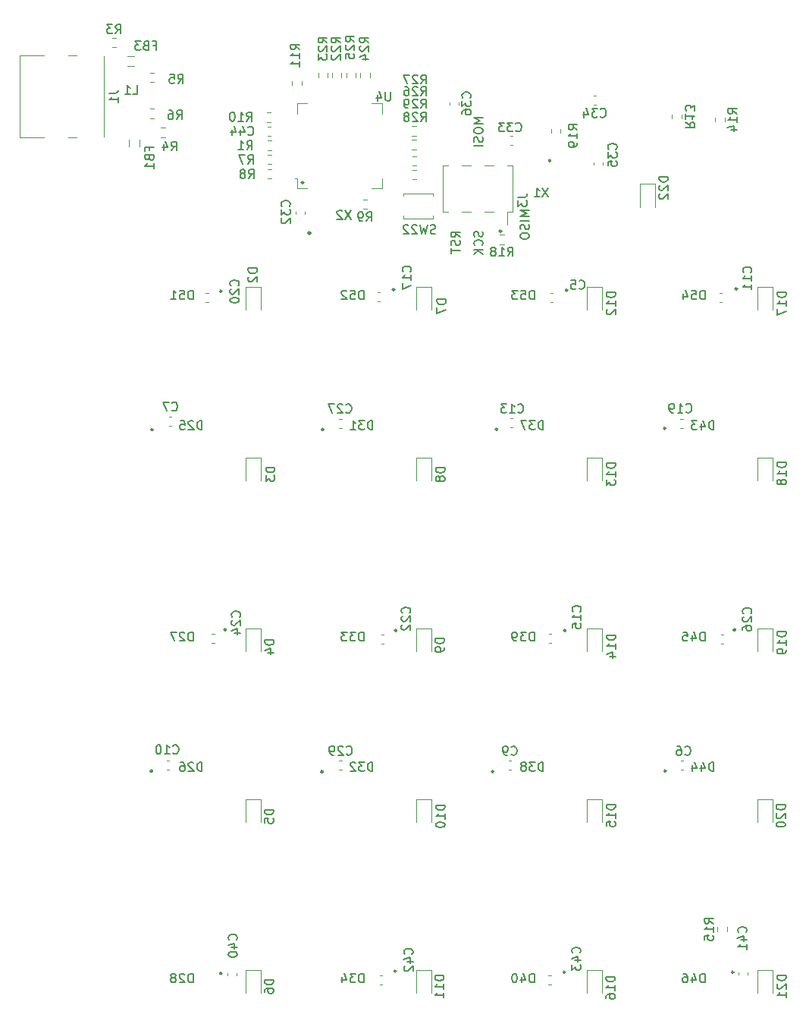
<source format=gbr>
%TF.GenerationSoftware,KiCad,Pcbnew,(5.1.8)-1*%
%TF.CreationDate,2021-08-19T19:14:59+10:00*%
%TF.ProjectId,Macropad,4d616372-6f70-4616-942e-6b696361645f,rev?*%
%TF.SameCoordinates,Original*%
%TF.FileFunction,Legend,Bot*%
%TF.FilePolarity,Positive*%
%FSLAX46Y46*%
G04 Gerber Fmt 4.6, Leading zero omitted, Abs format (unit mm)*
G04 Created by KiCad (PCBNEW (5.1.8)-1) date 2021-08-19 19:14:59*
%MOMM*%
%LPD*%
G01*
G04 APERTURE LIST*
%ADD10C,0.150000*%
%ADD11C,0.250000*%
%ADD12C,0.120000*%
%ADD13C,0.300000*%
G04 APERTURE END LIST*
D10*
X92755980Y-75034971D02*
X91755980Y-75034971D01*
X92470266Y-75368304D01*
X91755980Y-75701638D01*
X92755980Y-75701638D01*
X91755980Y-76368304D02*
X91755980Y-76558780D01*
X91803600Y-76654019D01*
X91898838Y-76749257D01*
X92089314Y-76796876D01*
X92422647Y-76796876D01*
X92613123Y-76749257D01*
X92708361Y-76654019D01*
X92755980Y-76558780D01*
X92755980Y-76368304D01*
X92708361Y-76273066D01*
X92613123Y-76177828D01*
X92422647Y-76130209D01*
X92089314Y-76130209D01*
X91898838Y-76177828D01*
X91803600Y-76273066D01*
X91755980Y-76368304D01*
X92708361Y-77177828D02*
X92755980Y-77320685D01*
X92755980Y-77558780D01*
X92708361Y-77654019D01*
X92660742Y-77701638D01*
X92565504Y-77749257D01*
X92470266Y-77749257D01*
X92375028Y-77701638D01*
X92327409Y-77654019D01*
X92279790Y-77558780D01*
X92232171Y-77368304D01*
X92184552Y-77273066D01*
X92136933Y-77225447D01*
X92041695Y-77177828D01*
X91946457Y-77177828D01*
X91851219Y-77225447D01*
X91803600Y-77273066D01*
X91755980Y-77368304D01*
X91755980Y-77606400D01*
X91803600Y-77749257D01*
X92755980Y-78177828D02*
X91755980Y-78177828D01*
X97937580Y-85360071D02*
X96937580Y-85360071D01*
X97651866Y-85693404D01*
X96937580Y-86026738D01*
X97937580Y-86026738D01*
X97937580Y-86502928D02*
X96937580Y-86502928D01*
X97889961Y-86931500D02*
X97937580Y-87074357D01*
X97937580Y-87312452D01*
X97889961Y-87407690D01*
X97842342Y-87455309D01*
X97747104Y-87502928D01*
X97651866Y-87502928D01*
X97556628Y-87455309D01*
X97509009Y-87407690D01*
X97461390Y-87312452D01*
X97413771Y-87121976D01*
X97366152Y-87026738D01*
X97318533Y-86979119D01*
X97223295Y-86931500D01*
X97128057Y-86931500D01*
X97032819Y-86979119D01*
X96985200Y-87026738D01*
X96937580Y-87121976D01*
X96937580Y-87360071D01*
X96985200Y-87502928D01*
X96937580Y-88121976D02*
X96937580Y-88312452D01*
X96985200Y-88407690D01*
X97080438Y-88502928D01*
X97270914Y-88550547D01*
X97604247Y-88550547D01*
X97794723Y-88502928D01*
X97889961Y-88407690D01*
X97937580Y-88312452D01*
X97937580Y-88121976D01*
X97889961Y-88026738D01*
X97794723Y-87931500D01*
X97604247Y-87883880D01*
X97270914Y-87883880D01*
X97080438Y-87931500D01*
X96985200Y-88026738D01*
X96937580Y-88121976D01*
X92733761Y-87715885D02*
X92781380Y-87858742D01*
X92781380Y-88096838D01*
X92733761Y-88192076D01*
X92686142Y-88239695D01*
X92590904Y-88287314D01*
X92495666Y-88287314D01*
X92400428Y-88239695D01*
X92352809Y-88192076D01*
X92305190Y-88096838D01*
X92257571Y-87906361D01*
X92209952Y-87811123D01*
X92162333Y-87763504D01*
X92067095Y-87715885D01*
X91971857Y-87715885D01*
X91876619Y-87763504D01*
X91829000Y-87811123D01*
X91781380Y-87906361D01*
X91781380Y-88144457D01*
X91829000Y-88287314D01*
X92686142Y-89287314D02*
X92733761Y-89239695D01*
X92781380Y-89096838D01*
X92781380Y-89001600D01*
X92733761Y-88858742D01*
X92638523Y-88763504D01*
X92543285Y-88715885D01*
X92352809Y-88668266D01*
X92209952Y-88668266D01*
X92019476Y-88715885D01*
X91924238Y-88763504D01*
X91829000Y-88858742D01*
X91781380Y-89001600D01*
X91781380Y-89096838D01*
X91829000Y-89239695D01*
X91876619Y-89287314D01*
X92781380Y-89715885D02*
X91781380Y-89715885D01*
X92781380Y-90287314D02*
X92209952Y-89858742D01*
X91781380Y-90287314D02*
X92352809Y-89715885D01*
X90203280Y-88339680D02*
X89727090Y-88006347D01*
X90203280Y-87768252D02*
X89203280Y-87768252D01*
X89203280Y-88149204D01*
X89250900Y-88244442D01*
X89298519Y-88292061D01*
X89393757Y-88339680D01*
X89536614Y-88339680D01*
X89631852Y-88292061D01*
X89679471Y-88244442D01*
X89727090Y-88149204D01*
X89727090Y-87768252D01*
X90155661Y-88720633D02*
X90203280Y-88863490D01*
X90203280Y-89101585D01*
X90155661Y-89196823D01*
X90108042Y-89244442D01*
X90012804Y-89292061D01*
X89917566Y-89292061D01*
X89822328Y-89244442D01*
X89774709Y-89196823D01*
X89727090Y-89101585D01*
X89679471Y-88911109D01*
X89631852Y-88815871D01*
X89584233Y-88768252D01*
X89488995Y-88720633D01*
X89393757Y-88720633D01*
X89298519Y-88768252D01*
X89250900Y-88815871D01*
X89203280Y-88911109D01*
X89203280Y-89149204D01*
X89250900Y-89292061D01*
X89203280Y-89577776D02*
X89203280Y-90149204D01*
X90203280Y-89863490D02*
X89203280Y-89863490D01*
D11*
X120762700Y-170345100D02*
G75*
G03*
X120762700Y-170345100I-100000J0D01*
G01*
X101954000Y-170345100D02*
G75*
G03*
X101954000Y-170345100I-100000J0D01*
G01*
X83069100Y-170205400D02*
G75*
G03*
X83069100Y-170205400I-100000J0D01*
G01*
X63612700Y-170472100D02*
G75*
G03*
X63612700Y-170472100I-100000J0D01*
G01*
X55853000Y-147904200D02*
G75*
G03*
X55853000Y-147904200I-100000J0D01*
G01*
X74890300Y-147967700D02*
G75*
G03*
X74890300Y-147967700I-100000J0D01*
G01*
X93978400Y-147929600D02*
G75*
G03*
X93978400Y-147929600I-100000J0D01*
G01*
X113218900Y-147904200D02*
G75*
G03*
X113218900Y-147904200I-100000J0D01*
G01*
X120953200Y-132143500D02*
G75*
G03*
X120953200Y-132143500I-100000J0D01*
G01*
X102004800Y-132232400D02*
G75*
G03*
X102004800Y-132232400I-100000J0D01*
G01*
X83132600Y-132207000D02*
G75*
G03*
X83132600Y-132207000I-100000J0D01*
G01*
X64069900Y-132143500D02*
G75*
G03*
X64069900Y-132143500I-100000J0D01*
G01*
X55916500Y-109816900D02*
G75*
G03*
X55916500Y-109816900I-100000J0D01*
G01*
X74991900Y-109816900D02*
G75*
G03*
X74991900Y-109816900I-100000J0D01*
G01*
X94384800Y-109791500D02*
G75*
G03*
X94384800Y-109791500I-100000J0D01*
G01*
X113168100Y-109664500D02*
G75*
G03*
X113168100Y-109664500I-100000J0D01*
G01*
X121156400Y-94119700D02*
G75*
G03*
X121156400Y-94119700I-100000J0D01*
G01*
X102220700Y-94272100D02*
G75*
G03*
X102220700Y-94272100I-100000J0D01*
G01*
X82891300Y-94195900D02*
G75*
G03*
X82891300Y-94195900I-100000J0D01*
G01*
X63612700Y-94373700D02*
G75*
G03*
X63612700Y-94373700I-100000J0D01*
G01*
X100328400Y-79832200D02*
G75*
G03*
X100328400Y-79832200I-100000J0D01*
G01*
X94829300Y-87693500D02*
G75*
G03*
X94829300Y-87693500I-100000J0D01*
G01*
X72731300Y-82257900D02*
G75*
G03*
X72731300Y-82257900I-100000J0D01*
G01*
D12*
%TO.C,SW22*%
X87164180Y-85958860D02*
X87164180Y-86258860D01*
X83864180Y-86258860D02*
X83864180Y-85958860D01*
X87164180Y-86258860D02*
X83864180Y-86258860D01*
X87164180Y-83458860D02*
X83864180Y-83458860D01*
X87164180Y-83758860D02*
X87164180Y-83458860D01*
X83864180Y-83458860D02*
X83864180Y-83758860D01*
%TO.C,C20*%
X62116580Y-94613000D02*
X61835420Y-94613000D01*
X62116580Y-95633000D02*
X61835420Y-95633000D01*
%TO.C,FB3*%
X53849622Y-69267000D02*
X53050378Y-69267000D01*
X53849622Y-68147000D02*
X53050378Y-68147000D01*
%TO.C,J3*%
X96072000Y-85546000D02*
X96072000Y-80346000D01*
X88332000Y-85546000D02*
X88332000Y-80346000D01*
X95502000Y-86986000D02*
X95502000Y-85546000D01*
X96072000Y-85546000D02*
X95502000Y-85546000D01*
X96072000Y-80346000D02*
X95502000Y-80346000D01*
X88902000Y-85546000D02*
X88332000Y-85546000D01*
X88902000Y-80346000D02*
X88332000Y-80346000D01*
X93982000Y-85546000D02*
X92962000Y-85546000D01*
X93982000Y-80346000D02*
X92962000Y-80346000D01*
X91442000Y-85546000D02*
X90422000Y-85546000D01*
X91442000Y-80346000D02*
X90422000Y-80346000D01*
%TO.C,U4*%
X73171500Y-82918500D02*
X72021500Y-82918500D01*
X72021500Y-82918500D02*
X72021500Y-81768500D01*
X72021500Y-81768500D02*
X71821500Y-81768500D01*
X80371500Y-82918500D02*
X81521500Y-82918500D01*
X81521500Y-82918500D02*
X81521500Y-81768500D01*
X73171500Y-73418500D02*
X72021500Y-73418500D01*
X72021500Y-73418500D02*
X72021500Y-74568500D01*
X80371500Y-73418500D02*
X81521500Y-73418500D01*
X81521500Y-73418500D02*
X81521500Y-74568500D01*
%TO.C,R1*%
X69172858Y-78652900D02*
X68698342Y-78652900D01*
X69172858Y-77607900D02*
X68698342Y-77607900D01*
%TO.C,C44*%
X68757220Y-76045600D02*
X69038380Y-76045600D01*
X68757220Y-77065600D02*
X69038380Y-77065600D01*
%TO.C,C43*%
X100368980Y-170711400D02*
X100087820Y-170711400D01*
X100368980Y-171731400D02*
X100087820Y-171731400D01*
%TO.C,C42*%
X81559980Y-170686000D02*
X81278820Y-170686000D01*
X81559980Y-171706000D02*
X81278820Y-171706000D01*
%TO.C,C41*%
X121308400Y-170344220D02*
X121308400Y-170625380D01*
X122328400Y-170344220D02*
X122328400Y-170625380D01*
%TO.C,C40*%
X64260000Y-170433420D02*
X64260000Y-170714580D01*
X65280000Y-170433420D02*
X65280000Y-170714580D01*
D13*
%TO.C,X2*%
X73489500Y-87877120D02*
G75*
G03*
X73489500Y-87877120I-100000J0D01*
G01*
D12*
%TO.C,R29*%
X85354698Y-80359780D02*
X84880182Y-80359780D01*
X85354698Y-79314780D02*
X84880182Y-79314780D01*
%TO.C,R28*%
X85354698Y-80874340D02*
X84880182Y-80874340D01*
X85354698Y-81919340D02*
X84880182Y-81919340D01*
%TO.C,R27*%
X85326758Y-77040000D02*
X84852242Y-77040000D01*
X85326758Y-75995000D02*
X84852242Y-75995000D01*
%TO.C,R26*%
X85326758Y-78564000D02*
X84852242Y-78564000D01*
X85326758Y-77519000D02*
X84852242Y-77519000D01*
%TO.C,R25*%
X78564000Y-70056742D02*
X78564000Y-70531258D01*
X77519000Y-70056742D02*
X77519000Y-70531258D01*
%TO.C,R24*%
X80151500Y-70056742D02*
X80151500Y-70531258D01*
X79106500Y-70056742D02*
X79106500Y-70531258D01*
%TO.C,R23*%
X75452500Y-70056742D02*
X75452500Y-70531258D01*
X74407500Y-70056742D02*
X74407500Y-70531258D01*
%TO.C,R22*%
X76976500Y-70056742D02*
X76976500Y-70531258D01*
X75931500Y-70056742D02*
X75931500Y-70531258D01*
%TO.C,R13*%
X113904500Y-75128658D02*
X113904500Y-74654142D01*
X114949500Y-75128658D02*
X114949500Y-74654142D01*
%TO.C,R11*%
X71461100Y-71395858D02*
X71461100Y-70921342D01*
X72506100Y-71395858D02*
X72506100Y-70921342D01*
%TO.C,R10*%
X68635342Y-74458300D02*
X69109858Y-74458300D01*
X68635342Y-75503300D02*
X69109858Y-75503300D01*
%TO.C,R9*%
X79378542Y-84161100D02*
X79853058Y-84161100D01*
X79378542Y-85206100D02*
X79853058Y-85206100D01*
%TO.C,R8*%
X69197758Y-81802500D02*
X68723242Y-81802500D01*
X69197758Y-80757500D02*
X68723242Y-80757500D01*
%TO.C,R7*%
X69198758Y-80215000D02*
X68724242Y-80215000D01*
X69198758Y-79170000D02*
X68724242Y-79170000D01*
%TO.C,R6*%
X56053758Y-75071500D02*
X55579242Y-75071500D01*
X56053758Y-74026500D02*
X55579242Y-74026500D01*
%TO.C,R5*%
X56053258Y-71071000D02*
X55578742Y-71071000D01*
X56053258Y-70026000D02*
X55578742Y-70026000D01*
%TO.C,R4*%
X57277538Y-77184780D02*
X56803022Y-77184780D01*
X57277538Y-76139780D02*
X56803022Y-76139780D01*
%TO.C,R3*%
X51824158Y-67146700D02*
X51349642Y-67146700D01*
X51824158Y-66101700D02*
X51349642Y-66101700D01*
%TO.C,J1*%
X47384000Y-77248500D02*
X46484000Y-77248500D01*
X47384000Y-68058500D02*
X46484000Y-68058500D01*
X43784000Y-77248500D02*
X41054000Y-77248500D01*
X43784000Y-68058500D02*
X41054000Y-68058500D01*
X50464000Y-77128500D02*
X50464000Y-68178500D01*
X41054000Y-77248500D02*
X41054000Y-68058500D01*
%TO.C,FB1*%
X53275300Y-78246322D02*
X53275300Y-77447078D01*
X54395300Y-78246322D02*
X54395300Y-77447078D01*
%TO.C,D22*%
X110290240Y-82426680D02*
X111990240Y-82426680D01*
X110290240Y-82426680D02*
X110290240Y-84976680D01*
X111990240Y-82426680D02*
X111990240Y-84976680D01*
%TO.C,D21*%
X123405240Y-170112680D02*
X125105240Y-170112680D01*
X123405240Y-170112680D02*
X123405240Y-172662680D01*
X125105240Y-170112680D02*
X125105240Y-172662680D01*
%TO.C,D20*%
X123405240Y-151062680D02*
X125105240Y-151062680D01*
X123405240Y-151062680D02*
X123405240Y-153612680D01*
X125105240Y-151062680D02*
X125105240Y-153612680D01*
%TO.C,D19*%
X123405240Y-132012680D02*
X125105240Y-132012680D01*
X123405240Y-132012680D02*
X123405240Y-134562680D01*
X125105240Y-132012680D02*
X125105240Y-134562680D01*
%TO.C,D18*%
X123405240Y-112962680D02*
X125105240Y-112962680D01*
X123405240Y-112962680D02*
X123405240Y-115512680D01*
X125105240Y-112962680D02*
X125105240Y-115512680D01*
%TO.C,D17*%
X123405240Y-93912680D02*
X125105240Y-93912680D01*
X123405240Y-93912680D02*
X123405240Y-96462680D01*
X125105240Y-93912680D02*
X125105240Y-96462680D01*
%TO.C,D16*%
X104355240Y-170112680D02*
X106055240Y-170112680D01*
X104355240Y-170112680D02*
X104355240Y-172662680D01*
X106055240Y-170112680D02*
X106055240Y-172662680D01*
%TO.C,D15*%
X104355240Y-151062680D02*
X106055240Y-151062680D01*
X104355240Y-151062680D02*
X104355240Y-153612680D01*
X106055240Y-151062680D02*
X106055240Y-153612680D01*
%TO.C,D14*%
X104355240Y-132012680D02*
X106055240Y-132012680D01*
X104355240Y-132012680D02*
X104355240Y-134562680D01*
X106055240Y-132012680D02*
X106055240Y-134562680D01*
%TO.C,D13*%
X104355240Y-112962680D02*
X106055240Y-112962680D01*
X104355240Y-112962680D02*
X104355240Y-115512680D01*
X106055240Y-112962680D02*
X106055240Y-115512680D01*
%TO.C,D12*%
X104355240Y-93912680D02*
X106055240Y-93912680D01*
X104355240Y-93912680D02*
X104355240Y-96462680D01*
X106055240Y-93912680D02*
X106055240Y-96462680D01*
%TO.C,D11*%
X85305240Y-170112680D02*
X87005240Y-170112680D01*
X85305240Y-170112680D02*
X85305240Y-172662680D01*
X87005240Y-170112680D02*
X87005240Y-172662680D01*
%TO.C,D10*%
X85305240Y-151062680D02*
X87005240Y-151062680D01*
X85305240Y-151062680D02*
X85305240Y-153612680D01*
X87005240Y-151062680D02*
X87005240Y-153612680D01*
%TO.C,D9*%
X85305240Y-132012680D02*
X87005240Y-132012680D01*
X85305240Y-132012680D02*
X85305240Y-134562680D01*
X87005240Y-132012680D02*
X87005240Y-134562680D01*
%TO.C,D8*%
X85305240Y-112962680D02*
X87005240Y-112962680D01*
X85305240Y-112962680D02*
X85305240Y-115512680D01*
X87005240Y-112962680D02*
X87005240Y-115512680D01*
%TO.C,D7*%
X85305240Y-93912680D02*
X87005240Y-93912680D01*
X85305240Y-93912680D02*
X85305240Y-96462680D01*
X87005240Y-93912680D02*
X87005240Y-96462680D01*
%TO.C,D6*%
X66255240Y-170112680D02*
X67955240Y-170112680D01*
X66255240Y-170112680D02*
X66255240Y-172662680D01*
X67955240Y-170112680D02*
X67955240Y-172662680D01*
%TO.C,D5*%
X67955240Y-151062680D02*
X67955240Y-153612680D01*
X66255240Y-151062680D02*
X66255240Y-153612680D01*
X66255240Y-151062680D02*
X67955240Y-151062680D01*
%TO.C,D4*%
X66255240Y-132012680D02*
X67955240Y-132012680D01*
X66255240Y-132012680D02*
X66255240Y-134562680D01*
X67955240Y-132012680D02*
X67955240Y-134562680D01*
%TO.C,D3*%
X66255240Y-112962680D02*
X67955240Y-112962680D01*
X66255240Y-112962680D02*
X66255240Y-115512680D01*
X67955240Y-112962680D02*
X67955240Y-115512680D01*
%TO.C,D2*%
X66255240Y-93912680D02*
X67955240Y-93912680D01*
X66255240Y-93912680D02*
X66255240Y-96462680D01*
X67955240Y-93912680D02*
X67955240Y-96462680D01*
%TO.C,R19*%
X100366300Y-76254342D02*
X100366300Y-76728858D01*
X101411300Y-76254342D02*
X101411300Y-76728858D01*
%TO.C,R18*%
X95143858Y-88098100D02*
X94669342Y-88098100D01*
X95143858Y-89143100D02*
X94669342Y-89143100D01*
%TO.C,R15*%
X120004100Y-165307742D02*
X120004100Y-165782258D01*
X118959100Y-165307742D02*
X118959100Y-165782258D01*
%TO.C,R14*%
X119775500Y-75472058D02*
X119775500Y-74997542D01*
X118730500Y-75472058D02*
X118730500Y-74997542D01*
%TO.C,C36*%
X90070400Y-73584380D02*
X90070400Y-73303220D01*
X89050400Y-73584380D02*
X89050400Y-73303220D01*
%TO.C,C35*%
X105154000Y-80264580D02*
X105154000Y-79983420D01*
X106174000Y-80264580D02*
X106174000Y-79983420D01*
%TO.C,C34*%
X105104020Y-73611200D02*
X105385180Y-73611200D01*
X105104020Y-72591200D02*
X105385180Y-72591200D01*
%TO.C,C33*%
X95820920Y-78107000D02*
X96102080Y-78107000D01*
X95820920Y-77087000D02*
X96102080Y-77087000D01*
%TO.C,C32*%
X72900000Y-85801780D02*
X72900000Y-85520620D01*
X71880000Y-85801780D02*
X71880000Y-85520620D01*
%TO.C,C29*%
X76732820Y-146708400D02*
X77013980Y-146708400D01*
X76732820Y-147728400D02*
X77013980Y-147728400D01*
%TO.C,C27*%
X76732820Y-108608400D02*
X77013980Y-108608400D01*
X76732820Y-109628400D02*
X77013980Y-109628400D01*
%TO.C,C26*%
X119660280Y-133707600D02*
X119379120Y-133707600D01*
X119660280Y-132687600D02*
X119379120Y-132687600D01*
%TO.C,C24*%
X62789380Y-133656800D02*
X62508220Y-133656800D01*
X62789380Y-132636800D02*
X62508220Y-132636800D01*
%TO.C,C22*%
X81686980Y-133682200D02*
X81405820Y-133682200D01*
X81686980Y-132662200D02*
X81405820Y-132662200D01*
%TO.C,C19*%
X114832820Y-108608400D02*
X115113980Y-108608400D01*
X114832820Y-109628400D02*
X115113980Y-109628400D01*
%TO.C,C17*%
X81305980Y-95556800D02*
X81024820Y-95556800D01*
X81305980Y-94536800D02*
X81024820Y-94536800D01*
%TO.C,C15*%
X100432180Y-133656800D02*
X100151020Y-133656800D01*
X100432180Y-132636800D02*
X100151020Y-132636800D01*
%TO.C,C13*%
X95833620Y-108557600D02*
X96114780Y-108557600D01*
X95833620Y-109577600D02*
X96114780Y-109577600D01*
%TO.C,C11*%
X119482180Y-95620300D02*
X119201020Y-95620300D01*
X119482180Y-94600300D02*
X119201020Y-94600300D01*
%TO.C,C10*%
X57479620Y-146759200D02*
X57760780Y-146759200D01*
X57479620Y-147779200D02*
X57760780Y-147779200D01*
%TO.C,C9*%
X95630420Y-146759200D02*
X95911580Y-146759200D01*
X95630420Y-147779200D02*
X95911580Y-147779200D01*
%TO.C,C7*%
X57733620Y-108405200D02*
X58014780Y-108405200D01*
X57733620Y-109425200D02*
X58014780Y-109425200D01*
%TO.C,C6*%
X114883620Y-146759200D02*
X115164780Y-146759200D01*
X114883620Y-147779200D02*
X115164780Y-147779200D01*
%TO.C,C5*%
X100597280Y-95620300D02*
X100316120Y-95620300D01*
X100597280Y-94600300D02*
X100316120Y-94600300D01*
%TO.C,SW22*%
D10*
X87488803Y-87938241D02*
X87345946Y-87985860D01*
X87107851Y-87985860D01*
X87012613Y-87938241D01*
X86964994Y-87890622D01*
X86917375Y-87795384D01*
X86917375Y-87700146D01*
X86964994Y-87604908D01*
X87012613Y-87557289D01*
X87107851Y-87509670D01*
X87298327Y-87462051D01*
X87393565Y-87414432D01*
X87441184Y-87366813D01*
X87488803Y-87271575D01*
X87488803Y-87176337D01*
X87441184Y-87081099D01*
X87393565Y-87033480D01*
X87298327Y-86985860D01*
X87060232Y-86985860D01*
X86917375Y-87033480D01*
X86584041Y-86985860D02*
X86345946Y-87985860D01*
X86155470Y-87271575D01*
X85964994Y-87985860D01*
X85726899Y-86985860D01*
X85393565Y-87081099D02*
X85345946Y-87033480D01*
X85250708Y-86985860D01*
X85012613Y-86985860D01*
X84917375Y-87033480D01*
X84869756Y-87081099D01*
X84822137Y-87176337D01*
X84822137Y-87271575D01*
X84869756Y-87414432D01*
X85441184Y-87985860D01*
X84822137Y-87985860D01*
X84441184Y-87081099D02*
X84393565Y-87033480D01*
X84298327Y-86985860D01*
X84060232Y-86985860D01*
X83964994Y-87033480D01*
X83917375Y-87081099D01*
X83869756Y-87176337D01*
X83869756Y-87271575D01*
X83917375Y-87414432D01*
X84488803Y-87985860D01*
X83869756Y-87985860D01*
%TO.C,D54*%
X117551365Y-95301060D02*
X117551365Y-94301060D01*
X117313270Y-94301060D01*
X117170413Y-94348680D01*
X117075175Y-94443918D01*
X117027556Y-94539156D01*
X116979937Y-94729632D01*
X116979937Y-94872489D01*
X117027556Y-95062965D01*
X117075175Y-95158203D01*
X117170413Y-95253441D01*
X117313270Y-95301060D01*
X117551365Y-95301060D01*
X116075175Y-94301060D02*
X116551365Y-94301060D01*
X116598984Y-94777251D01*
X116551365Y-94729632D01*
X116456127Y-94682013D01*
X116218032Y-94682013D01*
X116122794Y-94729632D01*
X116075175Y-94777251D01*
X116027556Y-94872489D01*
X116027556Y-95110584D01*
X116075175Y-95205822D01*
X116122794Y-95253441D01*
X116218032Y-95301060D01*
X116456127Y-95301060D01*
X116551365Y-95253441D01*
X116598984Y-95205822D01*
X115170413Y-94634394D02*
X115170413Y-95301060D01*
X115408508Y-94253441D02*
X115646603Y-94967727D01*
X115027556Y-94967727D01*
%TO.C,D53*%
X98501365Y-95301060D02*
X98501365Y-94301060D01*
X98263270Y-94301060D01*
X98120413Y-94348680D01*
X98025175Y-94443918D01*
X97977556Y-94539156D01*
X97929937Y-94729632D01*
X97929937Y-94872489D01*
X97977556Y-95062965D01*
X98025175Y-95158203D01*
X98120413Y-95253441D01*
X98263270Y-95301060D01*
X98501365Y-95301060D01*
X97025175Y-94301060D02*
X97501365Y-94301060D01*
X97548984Y-94777251D01*
X97501365Y-94729632D01*
X97406127Y-94682013D01*
X97168032Y-94682013D01*
X97072794Y-94729632D01*
X97025175Y-94777251D01*
X96977556Y-94872489D01*
X96977556Y-95110584D01*
X97025175Y-95205822D01*
X97072794Y-95253441D01*
X97168032Y-95301060D01*
X97406127Y-95301060D01*
X97501365Y-95253441D01*
X97548984Y-95205822D01*
X96644222Y-94301060D02*
X96025175Y-94301060D01*
X96358508Y-94682013D01*
X96215651Y-94682013D01*
X96120413Y-94729632D01*
X96072794Y-94777251D01*
X96025175Y-94872489D01*
X96025175Y-95110584D01*
X96072794Y-95205822D01*
X96120413Y-95253441D01*
X96215651Y-95301060D01*
X96501365Y-95301060D01*
X96596603Y-95253441D01*
X96644222Y-95205822D01*
%TO.C,D52*%
X79451365Y-95301060D02*
X79451365Y-94301060D01*
X79213270Y-94301060D01*
X79070413Y-94348680D01*
X78975175Y-94443918D01*
X78927556Y-94539156D01*
X78879937Y-94729632D01*
X78879937Y-94872489D01*
X78927556Y-95062965D01*
X78975175Y-95158203D01*
X79070413Y-95253441D01*
X79213270Y-95301060D01*
X79451365Y-95301060D01*
X77975175Y-94301060D02*
X78451365Y-94301060D01*
X78498984Y-94777251D01*
X78451365Y-94729632D01*
X78356127Y-94682013D01*
X78118032Y-94682013D01*
X78022794Y-94729632D01*
X77975175Y-94777251D01*
X77927556Y-94872489D01*
X77927556Y-95110584D01*
X77975175Y-95205822D01*
X78022794Y-95253441D01*
X78118032Y-95301060D01*
X78356127Y-95301060D01*
X78451365Y-95253441D01*
X78498984Y-95205822D01*
X77546603Y-94396299D02*
X77498984Y-94348680D01*
X77403746Y-94301060D01*
X77165651Y-94301060D01*
X77070413Y-94348680D01*
X77022794Y-94396299D01*
X76975175Y-94491537D01*
X76975175Y-94586775D01*
X77022794Y-94729632D01*
X77594222Y-95301060D01*
X76975175Y-95301060D01*
%TO.C,D51*%
X60401365Y-95301060D02*
X60401365Y-94301060D01*
X60163270Y-94301060D01*
X60020413Y-94348680D01*
X59925175Y-94443918D01*
X59877556Y-94539156D01*
X59829937Y-94729632D01*
X59829937Y-94872489D01*
X59877556Y-95062965D01*
X59925175Y-95158203D01*
X60020413Y-95253441D01*
X60163270Y-95301060D01*
X60401365Y-95301060D01*
X58925175Y-94301060D02*
X59401365Y-94301060D01*
X59448984Y-94777251D01*
X59401365Y-94729632D01*
X59306127Y-94682013D01*
X59068032Y-94682013D01*
X58972794Y-94729632D01*
X58925175Y-94777251D01*
X58877556Y-94872489D01*
X58877556Y-95110584D01*
X58925175Y-95205822D01*
X58972794Y-95253441D01*
X59068032Y-95301060D01*
X59306127Y-95301060D01*
X59401365Y-95253441D01*
X59448984Y-95205822D01*
X57925175Y-95301060D02*
X58496603Y-95301060D01*
X58210889Y-95301060D02*
X58210889Y-94301060D01*
X58306127Y-94443918D01*
X58401365Y-94539156D01*
X58496603Y-94586775D01*
%TO.C,D46*%
X117551365Y-171501060D02*
X117551365Y-170501060D01*
X117313270Y-170501060D01*
X117170413Y-170548680D01*
X117075175Y-170643918D01*
X117027556Y-170739156D01*
X116979937Y-170929632D01*
X116979937Y-171072489D01*
X117027556Y-171262965D01*
X117075175Y-171358203D01*
X117170413Y-171453441D01*
X117313270Y-171501060D01*
X117551365Y-171501060D01*
X116122794Y-170834394D02*
X116122794Y-171501060D01*
X116360889Y-170453441D02*
X116598984Y-171167727D01*
X115979937Y-171167727D01*
X115170413Y-170501060D02*
X115360889Y-170501060D01*
X115456127Y-170548680D01*
X115503746Y-170596299D01*
X115598984Y-170739156D01*
X115646603Y-170929632D01*
X115646603Y-171310584D01*
X115598984Y-171405822D01*
X115551365Y-171453441D01*
X115456127Y-171501060D01*
X115265651Y-171501060D01*
X115170413Y-171453441D01*
X115122794Y-171405822D01*
X115075175Y-171310584D01*
X115075175Y-171072489D01*
X115122794Y-170977251D01*
X115170413Y-170929632D01*
X115265651Y-170882013D01*
X115456127Y-170882013D01*
X115551365Y-170929632D01*
X115598984Y-170977251D01*
X115646603Y-171072489D01*
%TO.C,D45*%
X117551365Y-133401060D02*
X117551365Y-132401060D01*
X117313270Y-132401060D01*
X117170413Y-132448680D01*
X117075175Y-132543918D01*
X117027556Y-132639156D01*
X116979937Y-132829632D01*
X116979937Y-132972489D01*
X117027556Y-133162965D01*
X117075175Y-133258203D01*
X117170413Y-133353441D01*
X117313270Y-133401060D01*
X117551365Y-133401060D01*
X116122794Y-132734394D02*
X116122794Y-133401060D01*
X116360889Y-132353441D02*
X116598984Y-133067727D01*
X115979937Y-133067727D01*
X115122794Y-132401060D02*
X115598984Y-132401060D01*
X115646603Y-132877251D01*
X115598984Y-132829632D01*
X115503746Y-132782013D01*
X115265651Y-132782013D01*
X115170413Y-132829632D01*
X115122794Y-132877251D01*
X115075175Y-132972489D01*
X115075175Y-133210584D01*
X115122794Y-133305822D01*
X115170413Y-133353441D01*
X115265651Y-133401060D01*
X115503746Y-133401060D01*
X115598984Y-133353441D01*
X115646603Y-133305822D01*
%TO.C,D44*%
X118557205Y-147919700D02*
X118557205Y-146919700D01*
X118319110Y-146919700D01*
X118176253Y-146967320D01*
X118081015Y-147062558D01*
X118033396Y-147157796D01*
X117985777Y-147348272D01*
X117985777Y-147491129D01*
X118033396Y-147681605D01*
X118081015Y-147776843D01*
X118176253Y-147872081D01*
X118319110Y-147919700D01*
X118557205Y-147919700D01*
X117128634Y-147253034D02*
X117128634Y-147919700D01*
X117366729Y-146872081D02*
X117604824Y-147586367D01*
X116985777Y-147586367D01*
X116176253Y-147253034D02*
X116176253Y-147919700D01*
X116414348Y-146872081D02*
X116652443Y-147586367D01*
X116033396Y-147586367D01*
%TO.C,D43*%
X118557205Y-109819700D02*
X118557205Y-108819700D01*
X118319110Y-108819700D01*
X118176253Y-108867320D01*
X118081015Y-108962558D01*
X118033396Y-109057796D01*
X117985777Y-109248272D01*
X117985777Y-109391129D01*
X118033396Y-109581605D01*
X118081015Y-109676843D01*
X118176253Y-109772081D01*
X118319110Y-109819700D01*
X118557205Y-109819700D01*
X117128634Y-109153034D02*
X117128634Y-109819700D01*
X117366729Y-108772081D02*
X117604824Y-109486367D01*
X116985777Y-109486367D01*
X116700062Y-108819700D02*
X116081015Y-108819700D01*
X116414348Y-109200653D01*
X116271491Y-109200653D01*
X116176253Y-109248272D01*
X116128634Y-109295891D01*
X116081015Y-109391129D01*
X116081015Y-109629224D01*
X116128634Y-109724462D01*
X116176253Y-109772081D01*
X116271491Y-109819700D01*
X116557205Y-109819700D01*
X116652443Y-109772081D01*
X116700062Y-109724462D01*
%TO.C,D40*%
X98501365Y-171501060D02*
X98501365Y-170501060D01*
X98263270Y-170501060D01*
X98120413Y-170548680D01*
X98025175Y-170643918D01*
X97977556Y-170739156D01*
X97929937Y-170929632D01*
X97929937Y-171072489D01*
X97977556Y-171262965D01*
X98025175Y-171358203D01*
X98120413Y-171453441D01*
X98263270Y-171501060D01*
X98501365Y-171501060D01*
X97072794Y-170834394D02*
X97072794Y-171501060D01*
X97310889Y-170453441D02*
X97548984Y-171167727D01*
X96929937Y-171167727D01*
X96358508Y-170501060D02*
X96263270Y-170501060D01*
X96168032Y-170548680D01*
X96120413Y-170596299D01*
X96072794Y-170691537D01*
X96025175Y-170882013D01*
X96025175Y-171120108D01*
X96072794Y-171310584D01*
X96120413Y-171405822D01*
X96168032Y-171453441D01*
X96263270Y-171501060D01*
X96358508Y-171501060D01*
X96453746Y-171453441D01*
X96501365Y-171405822D01*
X96548984Y-171310584D01*
X96596603Y-171120108D01*
X96596603Y-170882013D01*
X96548984Y-170691537D01*
X96501365Y-170596299D01*
X96453746Y-170548680D01*
X96358508Y-170501060D01*
%TO.C,D39*%
X98501365Y-133401060D02*
X98501365Y-132401060D01*
X98263270Y-132401060D01*
X98120413Y-132448680D01*
X98025175Y-132543918D01*
X97977556Y-132639156D01*
X97929937Y-132829632D01*
X97929937Y-132972489D01*
X97977556Y-133162965D01*
X98025175Y-133258203D01*
X98120413Y-133353441D01*
X98263270Y-133401060D01*
X98501365Y-133401060D01*
X97596603Y-132401060D02*
X96977556Y-132401060D01*
X97310889Y-132782013D01*
X97168032Y-132782013D01*
X97072794Y-132829632D01*
X97025175Y-132877251D01*
X96977556Y-132972489D01*
X96977556Y-133210584D01*
X97025175Y-133305822D01*
X97072794Y-133353441D01*
X97168032Y-133401060D01*
X97453746Y-133401060D01*
X97548984Y-133353441D01*
X97596603Y-133305822D01*
X96501365Y-133401060D02*
X96310889Y-133401060D01*
X96215651Y-133353441D01*
X96168032Y-133305822D01*
X96072794Y-133162965D01*
X96025175Y-132972489D01*
X96025175Y-132591537D01*
X96072794Y-132496299D01*
X96120413Y-132448680D01*
X96215651Y-132401060D01*
X96406127Y-132401060D01*
X96501365Y-132448680D01*
X96548984Y-132496299D01*
X96596603Y-132591537D01*
X96596603Y-132829632D01*
X96548984Y-132924870D01*
X96501365Y-132972489D01*
X96406127Y-133020108D01*
X96215651Y-133020108D01*
X96120413Y-132972489D01*
X96072794Y-132924870D01*
X96025175Y-132829632D01*
%TO.C,D38*%
X99507205Y-147919700D02*
X99507205Y-146919700D01*
X99269110Y-146919700D01*
X99126253Y-146967320D01*
X99031015Y-147062558D01*
X98983396Y-147157796D01*
X98935777Y-147348272D01*
X98935777Y-147491129D01*
X98983396Y-147681605D01*
X99031015Y-147776843D01*
X99126253Y-147872081D01*
X99269110Y-147919700D01*
X99507205Y-147919700D01*
X98602443Y-146919700D02*
X97983396Y-146919700D01*
X98316729Y-147300653D01*
X98173872Y-147300653D01*
X98078634Y-147348272D01*
X98031015Y-147395891D01*
X97983396Y-147491129D01*
X97983396Y-147729224D01*
X98031015Y-147824462D01*
X98078634Y-147872081D01*
X98173872Y-147919700D01*
X98459586Y-147919700D01*
X98554824Y-147872081D01*
X98602443Y-147824462D01*
X97411967Y-147348272D02*
X97507205Y-147300653D01*
X97554824Y-147253034D01*
X97602443Y-147157796D01*
X97602443Y-147110177D01*
X97554824Y-147014939D01*
X97507205Y-146967320D01*
X97411967Y-146919700D01*
X97221491Y-146919700D01*
X97126253Y-146967320D01*
X97078634Y-147014939D01*
X97031015Y-147110177D01*
X97031015Y-147157796D01*
X97078634Y-147253034D01*
X97126253Y-147300653D01*
X97221491Y-147348272D01*
X97411967Y-147348272D01*
X97507205Y-147395891D01*
X97554824Y-147443510D01*
X97602443Y-147538748D01*
X97602443Y-147729224D01*
X97554824Y-147824462D01*
X97507205Y-147872081D01*
X97411967Y-147919700D01*
X97221491Y-147919700D01*
X97126253Y-147872081D01*
X97078634Y-147824462D01*
X97031015Y-147729224D01*
X97031015Y-147538748D01*
X97078634Y-147443510D01*
X97126253Y-147395891D01*
X97221491Y-147348272D01*
%TO.C,D37*%
X99507205Y-109819700D02*
X99507205Y-108819700D01*
X99269110Y-108819700D01*
X99126253Y-108867320D01*
X99031015Y-108962558D01*
X98983396Y-109057796D01*
X98935777Y-109248272D01*
X98935777Y-109391129D01*
X98983396Y-109581605D01*
X99031015Y-109676843D01*
X99126253Y-109772081D01*
X99269110Y-109819700D01*
X99507205Y-109819700D01*
X98602443Y-108819700D02*
X97983396Y-108819700D01*
X98316729Y-109200653D01*
X98173872Y-109200653D01*
X98078634Y-109248272D01*
X98031015Y-109295891D01*
X97983396Y-109391129D01*
X97983396Y-109629224D01*
X98031015Y-109724462D01*
X98078634Y-109772081D01*
X98173872Y-109819700D01*
X98459586Y-109819700D01*
X98554824Y-109772081D01*
X98602443Y-109724462D01*
X97650062Y-108819700D02*
X96983396Y-108819700D01*
X97411967Y-109819700D01*
%TO.C,D34*%
X79451365Y-171501060D02*
X79451365Y-170501060D01*
X79213270Y-170501060D01*
X79070413Y-170548680D01*
X78975175Y-170643918D01*
X78927556Y-170739156D01*
X78879937Y-170929632D01*
X78879937Y-171072489D01*
X78927556Y-171262965D01*
X78975175Y-171358203D01*
X79070413Y-171453441D01*
X79213270Y-171501060D01*
X79451365Y-171501060D01*
X78546603Y-170501060D02*
X77927556Y-170501060D01*
X78260889Y-170882013D01*
X78118032Y-170882013D01*
X78022794Y-170929632D01*
X77975175Y-170977251D01*
X77927556Y-171072489D01*
X77927556Y-171310584D01*
X77975175Y-171405822D01*
X78022794Y-171453441D01*
X78118032Y-171501060D01*
X78403746Y-171501060D01*
X78498984Y-171453441D01*
X78546603Y-171405822D01*
X77070413Y-170834394D02*
X77070413Y-171501060D01*
X77308508Y-170453441D02*
X77546603Y-171167727D01*
X76927556Y-171167727D01*
%TO.C,D33*%
X79451365Y-133401060D02*
X79451365Y-132401060D01*
X79213270Y-132401060D01*
X79070413Y-132448680D01*
X78975175Y-132543918D01*
X78927556Y-132639156D01*
X78879937Y-132829632D01*
X78879937Y-132972489D01*
X78927556Y-133162965D01*
X78975175Y-133258203D01*
X79070413Y-133353441D01*
X79213270Y-133401060D01*
X79451365Y-133401060D01*
X78546603Y-132401060D02*
X77927556Y-132401060D01*
X78260889Y-132782013D01*
X78118032Y-132782013D01*
X78022794Y-132829632D01*
X77975175Y-132877251D01*
X77927556Y-132972489D01*
X77927556Y-133210584D01*
X77975175Y-133305822D01*
X78022794Y-133353441D01*
X78118032Y-133401060D01*
X78403746Y-133401060D01*
X78498984Y-133353441D01*
X78546603Y-133305822D01*
X77594222Y-132401060D02*
X76975175Y-132401060D01*
X77308508Y-132782013D01*
X77165651Y-132782013D01*
X77070413Y-132829632D01*
X77022794Y-132877251D01*
X76975175Y-132972489D01*
X76975175Y-133210584D01*
X77022794Y-133305822D01*
X77070413Y-133353441D01*
X77165651Y-133401060D01*
X77451365Y-133401060D01*
X77546603Y-133353441D01*
X77594222Y-133305822D01*
%TO.C,D32*%
X80457205Y-147919700D02*
X80457205Y-146919700D01*
X80219110Y-146919700D01*
X80076253Y-146967320D01*
X79981015Y-147062558D01*
X79933396Y-147157796D01*
X79885777Y-147348272D01*
X79885777Y-147491129D01*
X79933396Y-147681605D01*
X79981015Y-147776843D01*
X80076253Y-147872081D01*
X80219110Y-147919700D01*
X80457205Y-147919700D01*
X79552443Y-146919700D02*
X78933396Y-146919700D01*
X79266729Y-147300653D01*
X79123872Y-147300653D01*
X79028634Y-147348272D01*
X78981015Y-147395891D01*
X78933396Y-147491129D01*
X78933396Y-147729224D01*
X78981015Y-147824462D01*
X79028634Y-147872081D01*
X79123872Y-147919700D01*
X79409586Y-147919700D01*
X79504824Y-147872081D01*
X79552443Y-147824462D01*
X78552443Y-147014939D02*
X78504824Y-146967320D01*
X78409586Y-146919700D01*
X78171491Y-146919700D01*
X78076253Y-146967320D01*
X78028634Y-147014939D01*
X77981015Y-147110177D01*
X77981015Y-147205415D01*
X78028634Y-147348272D01*
X78600062Y-147919700D01*
X77981015Y-147919700D01*
%TO.C,D31*%
X80457205Y-109819700D02*
X80457205Y-108819700D01*
X80219110Y-108819700D01*
X80076253Y-108867320D01*
X79981015Y-108962558D01*
X79933396Y-109057796D01*
X79885777Y-109248272D01*
X79885777Y-109391129D01*
X79933396Y-109581605D01*
X79981015Y-109676843D01*
X80076253Y-109772081D01*
X80219110Y-109819700D01*
X80457205Y-109819700D01*
X79552443Y-108819700D02*
X78933396Y-108819700D01*
X79266729Y-109200653D01*
X79123872Y-109200653D01*
X79028634Y-109248272D01*
X78981015Y-109295891D01*
X78933396Y-109391129D01*
X78933396Y-109629224D01*
X78981015Y-109724462D01*
X79028634Y-109772081D01*
X79123872Y-109819700D01*
X79409586Y-109819700D01*
X79504824Y-109772081D01*
X79552443Y-109724462D01*
X77981015Y-109819700D02*
X78552443Y-109819700D01*
X78266729Y-109819700D02*
X78266729Y-108819700D01*
X78361967Y-108962558D01*
X78457205Y-109057796D01*
X78552443Y-109105415D01*
%TO.C,D28*%
X60401365Y-171501060D02*
X60401365Y-170501060D01*
X60163270Y-170501060D01*
X60020413Y-170548680D01*
X59925175Y-170643918D01*
X59877556Y-170739156D01*
X59829937Y-170929632D01*
X59829937Y-171072489D01*
X59877556Y-171262965D01*
X59925175Y-171358203D01*
X60020413Y-171453441D01*
X60163270Y-171501060D01*
X60401365Y-171501060D01*
X59448984Y-170596299D02*
X59401365Y-170548680D01*
X59306127Y-170501060D01*
X59068032Y-170501060D01*
X58972794Y-170548680D01*
X58925175Y-170596299D01*
X58877556Y-170691537D01*
X58877556Y-170786775D01*
X58925175Y-170929632D01*
X59496603Y-171501060D01*
X58877556Y-171501060D01*
X58306127Y-170929632D02*
X58401365Y-170882013D01*
X58448984Y-170834394D01*
X58496603Y-170739156D01*
X58496603Y-170691537D01*
X58448984Y-170596299D01*
X58401365Y-170548680D01*
X58306127Y-170501060D01*
X58115651Y-170501060D01*
X58020413Y-170548680D01*
X57972794Y-170596299D01*
X57925175Y-170691537D01*
X57925175Y-170739156D01*
X57972794Y-170834394D01*
X58020413Y-170882013D01*
X58115651Y-170929632D01*
X58306127Y-170929632D01*
X58401365Y-170977251D01*
X58448984Y-171024870D01*
X58496603Y-171120108D01*
X58496603Y-171310584D01*
X58448984Y-171405822D01*
X58401365Y-171453441D01*
X58306127Y-171501060D01*
X58115651Y-171501060D01*
X58020413Y-171453441D01*
X57972794Y-171405822D01*
X57925175Y-171310584D01*
X57925175Y-171120108D01*
X57972794Y-171024870D01*
X58020413Y-170977251D01*
X58115651Y-170929632D01*
%TO.C,D27*%
X60401365Y-133401060D02*
X60401365Y-132401060D01*
X60163270Y-132401060D01*
X60020413Y-132448680D01*
X59925175Y-132543918D01*
X59877556Y-132639156D01*
X59829937Y-132829632D01*
X59829937Y-132972489D01*
X59877556Y-133162965D01*
X59925175Y-133258203D01*
X60020413Y-133353441D01*
X60163270Y-133401060D01*
X60401365Y-133401060D01*
X59448984Y-132496299D02*
X59401365Y-132448680D01*
X59306127Y-132401060D01*
X59068032Y-132401060D01*
X58972794Y-132448680D01*
X58925175Y-132496299D01*
X58877556Y-132591537D01*
X58877556Y-132686775D01*
X58925175Y-132829632D01*
X59496603Y-133401060D01*
X58877556Y-133401060D01*
X58544222Y-132401060D02*
X57877556Y-132401060D01*
X58306127Y-133401060D01*
%TO.C,D26*%
X61407205Y-147919700D02*
X61407205Y-146919700D01*
X61169110Y-146919700D01*
X61026253Y-146967320D01*
X60931015Y-147062558D01*
X60883396Y-147157796D01*
X60835777Y-147348272D01*
X60835777Y-147491129D01*
X60883396Y-147681605D01*
X60931015Y-147776843D01*
X61026253Y-147872081D01*
X61169110Y-147919700D01*
X61407205Y-147919700D01*
X60454824Y-147014939D02*
X60407205Y-146967320D01*
X60311967Y-146919700D01*
X60073872Y-146919700D01*
X59978634Y-146967320D01*
X59931015Y-147014939D01*
X59883396Y-147110177D01*
X59883396Y-147205415D01*
X59931015Y-147348272D01*
X60502443Y-147919700D01*
X59883396Y-147919700D01*
X59026253Y-146919700D02*
X59216729Y-146919700D01*
X59311967Y-146967320D01*
X59359586Y-147014939D01*
X59454824Y-147157796D01*
X59502443Y-147348272D01*
X59502443Y-147729224D01*
X59454824Y-147824462D01*
X59407205Y-147872081D01*
X59311967Y-147919700D01*
X59121491Y-147919700D01*
X59026253Y-147872081D01*
X58978634Y-147824462D01*
X58931015Y-147729224D01*
X58931015Y-147491129D01*
X58978634Y-147395891D01*
X59026253Y-147348272D01*
X59121491Y-147300653D01*
X59311967Y-147300653D01*
X59407205Y-147348272D01*
X59454824Y-147395891D01*
X59502443Y-147491129D01*
%TO.C,D25*%
X61407205Y-109819700D02*
X61407205Y-108819700D01*
X61169110Y-108819700D01*
X61026253Y-108867320D01*
X60931015Y-108962558D01*
X60883396Y-109057796D01*
X60835777Y-109248272D01*
X60835777Y-109391129D01*
X60883396Y-109581605D01*
X60931015Y-109676843D01*
X61026253Y-109772081D01*
X61169110Y-109819700D01*
X61407205Y-109819700D01*
X60454824Y-108914939D02*
X60407205Y-108867320D01*
X60311967Y-108819700D01*
X60073872Y-108819700D01*
X59978634Y-108867320D01*
X59931015Y-108914939D01*
X59883396Y-109010177D01*
X59883396Y-109105415D01*
X59931015Y-109248272D01*
X60502443Y-109819700D01*
X59883396Y-109819700D01*
X58978634Y-108819700D02*
X59454824Y-108819700D01*
X59502443Y-109295891D01*
X59454824Y-109248272D01*
X59359586Y-109200653D01*
X59121491Y-109200653D01*
X59026253Y-109248272D01*
X58978634Y-109295891D01*
X58931015Y-109391129D01*
X58931015Y-109629224D01*
X58978634Y-109724462D01*
X59026253Y-109772081D01*
X59121491Y-109819700D01*
X59359586Y-109819700D01*
X59454824Y-109772081D01*
X59502443Y-109724462D01*
%TO.C,C20*%
X65444642Y-93768942D02*
X65492261Y-93721323D01*
X65539880Y-93578466D01*
X65539880Y-93483228D01*
X65492261Y-93340371D01*
X65397023Y-93245133D01*
X65301785Y-93197514D01*
X65111309Y-93149895D01*
X64968452Y-93149895D01*
X64777976Y-93197514D01*
X64682738Y-93245133D01*
X64587500Y-93340371D01*
X64539880Y-93483228D01*
X64539880Y-93578466D01*
X64587500Y-93721323D01*
X64635119Y-93768942D01*
X64635119Y-94149895D02*
X64587500Y-94197514D01*
X64539880Y-94292752D01*
X64539880Y-94530847D01*
X64587500Y-94626085D01*
X64635119Y-94673704D01*
X64730357Y-94721323D01*
X64825595Y-94721323D01*
X64968452Y-94673704D01*
X65539880Y-94102276D01*
X65539880Y-94721323D01*
X64539880Y-95340371D02*
X64539880Y-95435609D01*
X64587500Y-95530847D01*
X64635119Y-95578466D01*
X64730357Y-95626085D01*
X64920833Y-95673704D01*
X65158928Y-95673704D01*
X65349404Y-95626085D01*
X65444642Y-95578466D01*
X65492261Y-95530847D01*
X65539880Y-95435609D01*
X65539880Y-95340371D01*
X65492261Y-95245133D01*
X65444642Y-95197514D01*
X65349404Y-95149895D01*
X65158928Y-95102276D01*
X64920833Y-95102276D01*
X64730357Y-95149895D01*
X64635119Y-95197514D01*
X64587500Y-95245133D01*
X64539880Y-95340371D01*
%TO.C,FB3*%
X55989433Y-66971871D02*
X56322766Y-66971871D01*
X56322766Y-67495680D02*
X56322766Y-66495680D01*
X55846576Y-66495680D01*
X55132290Y-66971871D02*
X54989433Y-67019490D01*
X54941814Y-67067109D01*
X54894195Y-67162347D01*
X54894195Y-67305204D01*
X54941814Y-67400442D01*
X54989433Y-67448061D01*
X55084671Y-67495680D01*
X55465623Y-67495680D01*
X55465623Y-66495680D01*
X55132290Y-66495680D01*
X55037052Y-66543300D01*
X54989433Y-66590919D01*
X54941814Y-66686157D01*
X54941814Y-66781395D01*
X54989433Y-66876633D01*
X55037052Y-66924252D01*
X55132290Y-66971871D01*
X55465623Y-66971871D01*
X54560861Y-66495680D02*
X53941814Y-66495680D01*
X54275147Y-66876633D01*
X54132290Y-66876633D01*
X54037052Y-66924252D01*
X53989433Y-66971871D01*
X53941814Y-67067109D01*
X53941814Y-67305204D01*
X53989433Y-67400442D01*
X54037052Y-67448061D01*
X54132290Y-67495680D01*
X54418004Y-67495680D01*
X54513242Y-67448061D01*
X54560861Y-67400442D01*
%TO.C,J3*%
X96708980Y-83893066D02*
X97423266Y-83893066D01*
X97566123Y-83845447D01*
X97661361Y-83750209D01*
X97708980Y-83607352D01*
X97708980Y-83512114D01*
X96708980Y-84274019D02*
X96708980Y-84893066D01*
X97089933Y-84559733D01*
X97089933Y-84702590D01*
X97137552Y-84797828D01*
X97185171Y-84845447D01*
X97280409Y-84893066D01*
X97518504Y-84893066D01*
X97613742Y-84845447D01*
X97661361Y-84797828D01*
X97708980Y-84702590D01*
X97708980Y-84416876D01*
X97661361Y-84321638D01*
X97613742Y-84274019D01*
%TO.C,U4*%
X82458464Y-72152260D02*
X82458464Y-72961784D01*
X82410845Y-73057022D01*
X82363226Y-73104641D01*
X82267988Y-73152260D01*
X82077512Y-73152260D01*
X81982274Y-73104641D01*
X81934655Y-73057022D01*
X81887036Y-72961784D01*
X81887036Y-72152260D01*
X80982274Y-72485594D02*
X80982274Y-73152260D01*
X81220369Y-72104641D02*
X81458464Y-72818927D01*
X80839417Y-72818927D01*
%TO.C,R1*%
X66409866Y-78595480D02*
X66743200Y-78119290D01*
X66981295Y-78595480D02*
X66981295Y-77595480D01*
X66600342Y-77595480D01*
X66505104Y-77643100D01*
X66457485Y-77690719D01*
X66409866Y-77785957D01*
X66409866Y-77928814D01*
X66457485Y-78024052D01*
X66505104Y-78071671D01*
X66600342Y-78119290D01*
X66981295Y-78119290D01*
X65457485Y-78595480D02*
X66028914Y-78595480D01*
X65743200Y-78595480D02*
X65743200Y-77595480D01*
X65838438Y-77738338D01*
X65933676Y-77833576D01*
X66028914Y-77881195D01*
%TO.C,C44*%
X66543157Y-76912742D02*
X66590776Y-76960361D01*
X66733633Y-77007980D01*
X66828871Y-77007980D01*
X66971728Y-76960361D01*
X67066966Y-76865123D01*
X67114585Y-76769885D01*
X67162204Y-76579409D01*
X67162204Y-76436552D01*
X67114585Y-76246076D01*
X67066966Y-76150838D01*
X66971728Y-76055600D01*
X66828871Y-76007980D01*
X66733633Y-76007980D01*
X66590776Y-76055600D01*
X66543157Y-76103219D01*
X65686014Y-76341314D02*
X65686014Y-77007980D01*
X65924109Y-75960361D02*
X66162204Y-76674647D01*
X65543157Y-76674647D01*
X64733633Y-76341314D02*
X64733633Y-77007980D01*
X64971728Y-75960361D02*
X65209823Y-76674647D01*
X64590776Y-76674647D01*
%TO.C,C43*%
X103608142Y-168190942D02*
X103655761Y-168143323D01*
X103703380Y-168000466D01*
X103703380Y-167905228D01*
X103655761Y-167762371D01*
X103560523Y-167667133D01*
X103465285Y-167619514D01*
X103274809Y-167571895D01*
X103131952Y-167571895D01*
X102941476Y-167619514D01*
X102846238Y-167667133D01*
X102751000Y-167762371D01*
X102703380Y-167905228D01*
X102703380Y-168000466D01*
X102751000Y-168143323D01*
X102798619Y-168190942D01*
X103036714Y-169048085D02*
X103703380Y-169048085D01*
X102655761Y-168809990D02*
X103370047Y-168571895D01*
X103370047Y-169190942D01*
X102703380Y-169476657D02*
X102703380Y-170095704D01*
X103084333Y-169762371D01*
X103084333Y-169905228D01*
X103131952Y-170000466D01*
X103179571Y-170048085D01*
X103274809Y-170095704D01*
X103512904Y-170095704D01*
X103608142Y-170048085D01*
X103655761Y-170000466D01*
X103703380Y-169905228D01*
X103703380Y-169619514D01*
X103655761Y-169524276D01*
X103608142Y-169476657D01*
%TO.C,C42*%
X84862942Y-168317942D02*
X84910561Y-168270323D01*
X84958180Y-168127466D01*
X84958180Y-168032228D01*
X84910561Y-167889371D01*
X84815323Y-167794133D01*
X84720085Y-167746514D01*
X84529609Y-167698895D01*
X84386752Y-167698895D01*
X84196276Y-167746514D01*
X84101038Y-167794133D01*
X84005800Y-167889371D01*
X83958180Y-168032228D01*
X83958180Y-168127466D01*
X84005800Y-168270323D01*
X84053419Y-168317942D01*
X84291514Y-169175085D02*
X84958180Y-169175085D01*
X83910561Y-168936990D02*
X84624847Y-168698895D01*
X84624847Y-169317942D01*
X84053419Y-169651276D02*
X84005800Y-169698895D01*
X83958180Y-169794133D01*
X83958180Y-170032228D01*
X84005800Y-170127466D01*
X84053419Y-170175085D01*
X84148657Y-170222704D01*
X84243895Y-170222704D01*
X84386752Y-170175085D01*
X84958180Y-169603657D01*
X84958180Y-170222704D01*
%TO.C,C41*%
X122137442Y-165904942D02*
X122185061Y-165857323D01*
X122232680Y-165714466D01*
X122232680Y-165619228D01*
X122185061Y-165476371D01*
X122089823Y-165381133D01*
X121994585Y-165333514D01*
X121804109Y-165285895D01*
X121661252Y-165285895D01*
X121470776Y-165333514D01*
X121375538Y-165381133D01*
X121280300Y-165476371D01*
X121232680Y-165619228D01*
X121232680Y-165714466D01*
X121280300Y-165857323D01*
X121327919Y-165904942D01*
X121566014Y-166762085D02*
X122232680Y-166762085D01*
X121185061Y-166523990D02*
X121899347Y-166285895D01*
X121899347Y-166904942D01*
X122232680Y-167809704D02*
X122232680Y-167238276D01*
X122232680Y-167523990D02*
X121232680Y-167523990D01*
X121375538Y-167428752D01*
X121470776Y-167333514D01*
X121518395Y-167238276D01*
%TO.C,C40*%
X65254142Y-166730442D02*
X65301761Y-166682823D01*
X65349380Y-166539966D01*
X65349380Y-166444728D01*
X65301761Y-166301871D01*
X65206523Y-166206633D01*
X65111285Y-166159014D01*
X64920809Y-166111395D01*
X64777952Y-166111395D01*
X64587476Y-166159014D01*
X64492238Y-166206633D01*
X64397000Y-166301871D01*
X64349380Y-166444728D01*
X64349380Y-166539966D01*
X64397000Y-166682823D01*
X64444619Y-166730442D01*
X64682714Y-167587585D02*
X65349380Y-167587585D01*
X64301761Y-167349490D02*
X65016047Y-167111395D01*
X65016047Y-167730442D01*
X64349380Y-168301871D02*
X64349380Y-168397109D01*
X64397000Y-168492347D01*
X64444619Y-168539966D01*
X64539857Y-168587585D01*
X64730333Y-168635204D01*
X64968428Y-168635204D01*
X65158904Y-168587585D01*
X65254142Y-168539966D01*
X65301761Y-168492347D01*
X65349380Y-168397109D01*
X65349380Y-168301871D01*
X65301761Y-168206633D01*
X65254142Y-168159014D01*
X65158904Y-168111395D01*
X64968428Y-168063776D01*
X64730333Y-168063776D01*
X64539857Y-168111395D01*
X64444619Y-168159014D01*
X64397000Y-168206633D01*
X64349380Y-168301871D01*
%TO.C,X2*%
X78050923Y-85355180D02*
X77384257Y-86355180D01*
X77384257Y-85355180D02*
X78050923Y-86355180D01*
X77050923Y-85450419D02*
X77003304Y-85402800D01*
X76908066Y-85355180D01*
X76669971Y-85355180D01*
X76574733Y-85402800D01*
X76527114Y-85450419D01*
X76479495Y-85545657D01*
X76479495Y-85640895D01*
X76527114Y-85783752D01*
X77098542Y-86355180D01*
X76479495Y-86355180D01*
%TO.C,R29*%
X85859857Y-73959980D02*
X86193190Y-73483790D01*
X86431285Y-73959980D02*
X86431285Y-72959980D01*
X86050333Y-72959980D01*
X85955095Y-73007600D01*
X85907476Y-73055219D01*
X85859857Y-73150457D01*
X85859857Y-73293314D01*
X85907476Y-73388552D01*
X85955095Y-73436171D01*
X86050333Y-73483790D01*
X86431285Y-73483790D01*
X85478904Y-73055219D02*
X85431285Y-73007600D01*
X85336047Y-72959980D01*
X85097952Y-72959980D01*
X85002714Y-73007600D01*
X84955095Y-73055219D01*
X84907476Y-73150457D01*
X84907476Y-73245695D01*
X84955095Y-73388552D01*
X85526523Y-73959980D01*
X84907476Y-73959980D01*
X84431285Y-73959980D02*
X84240809Y-73959980D01*
X84145571Y-73912361D01*
X84097952Y-73864742D01*
X84002714Y-73721885D01*
X83955095Y-73531409D01*
X83955095Y-73150457D01*
X84002714Y-73055219D01*
X84050333Y-73007600D01*
X84145571Y-72959980D01*
X84336047Y-72959980D01*
X84431285Y-73007600D01*
X84478904Y-73055219D01*
X84526523Y-73150457D01*
X84526523Y-73388552D01*
X84478904Y-73483790D01*
X84431285Y-73531409D01*
X84336047Y-73579028D01*
X84145571Y-73579028D01*
X84050333Y-73531409D01*
X84002714Y-73483790D01*
X83955095Y-73388552D01*
%TO.C,R28*%
X85859857Y-75433180D02*
X86193190Y-74956990D01*
X86431285Y-75433180D02*
X86431285Y-74433180D01*
X86050333Y-74433180D01*
X85955095Y-74480800D01*
X85907476Y-74528419D01*
X85859857Y-74623657D01*
X85859857Y-74766514D01*
X85907476Y-74861752D01*
X85955095Y-74909371D01*
X86050333Y-74956990D01*
X86431285Y-74956990D01*
X85478904Y-74528419D02*
X85431285Y-74480800D01*
X85336047Y-74433180D01*
X85097952Y-74433180D01*
X85002714Y-74480800D01*
X84955095Y-74528419D01*
X84907476Y-74623657D01*
X84907476Y-74718895D01*
X84955095Y-74861752D01*
X85526523Y-75433180D01*
X84907476Y-75433180D01*
X84336047Y-74861752D02*
X84431285Y-74814133D01*
X84478904Y-74766514D01*
X84526523Y-74671276D01*
X84526523Y-74623657D01*
X84478904Y-74528419D01*
X84431285Y-74480800D01*
X84336047Y-74433180D01*
X84145571Y-74433180D01*
X84050333Y-74480800D01*
X84002714Y-74528419D01*
X83955095Y-74623657D01*
X83955095Y-74671276D01*
X84002714Y-74766514D01*
X84050333Y-74814133D01*
X84145571Y-74861752D01*
X84336047Y-74861752D01*
X84431285Y-74909371D01*
X84478904Y-74956990D01*
X84526523Y-75052228D01*
X84526523Y-75242704D01*
X84478904Y-75337942D01*
X84431285Y-75385561D01*
X84336047Y-75433180D01*
X84145571Y-75433180D01*
X84050333Y-75385561D01*
X84002714Y-75337942D01*
X83955095Y-75242704D01*
X83955095Y-75052228D01*
X84002714Y-74956990D01*
X84050333Y-74909371D01*
X84145571Y-74861752D01*
%TO.C,R27*%
X85859857Y-71254880D02*
X86193190Y-70778690D01*
X86431285Y-71254880D02*
X86431285Y-70254880D01*
X86050333Y-70254880D01*
X85955095Y-70302500D01*
X85907476Y-70350119D01*
X85859857Y-70445357D01*
X85859857Y-70588214D01*
X85907476Y-70683452D01*
X85955095Y-70731071D01*
X86050333Y-70778690D01*
X86431285Y-70778690D01*
X85478904Y-70350119D02*
X85431285Y-70302500D01*
X85336047Y-70254880D01*
X85097952Y-70254880D01*
X85002714Y-70302500D01*
X84955095Y-70350119D01*
X84907476Y-70445357D01*
X84907476Y-70540595D01*
X84955095Y-70683452D01*
X85526523Y-71254880D01*
X84907476Y-71254880D01*
X84574142Y-70254880D02*
X83907476Y-70254880D01*
X84336047Y-71254880D01*
%TO.C,R26*%
X85859857Y-72575680D02*
X86193190Y-72099490D01*
X86431285Y-72575680D02*
X86431285Y-71575680D01*
X86050333Y-71575680D01*
X85955095Y-71623300D01*
X85907476Y-71670919D01*
X85859857Y-71766157D01*
X85859857Y-71909014D01*
X85907476Y-72004252D01*
X85955095Y-72051871D01*
X86050333Y-72099490D01*
X86431285Y-72099490D01*
X85478904Y-71670919D02*
X85431285Y-71623300D01*
X85336047Y-71575680D01*
X85097952Y-71575680D01*
X85002714Y-71623300D01*
X84955095Y-71670919D01*
X84907476Y-71766157D01*
X84907476Y-71861395D01*
X84955095Y-72004252D01*
X85526523Y-72575680D01*
X84907476Y-72575680D01*
X84050333Y-71575680D02*
X84240809Y-71575680D01*
X84336047Y-71623300D01*
X84383666Y-71670919D01*
X84478904Y-71813776D01*
X84526523Y-72004252D01*
X84526523Y-72385204D01*
X84478904Y-72480442D01*
X84431285Y-72528061D01*
X84336047Y-72575680D01*
X84145571Y-72575680D01*
X84050333Y-72528061D01*
X84002714Y-72480442D01*
X83955095Y-72385204D01*
X83955095Y-72147109D01*
X84002714Y-72051871D01*
X84050333Y-72004252D01*
X84145571Y-71956633D01*
X84336047Y-71956633D01*
X84431285Y-72004252D01*
X84478904Y-72051871D01*
X84526523Y-72147109D01*
%TO.C,R25*%
X78430380Y-66539142D02*
X77954190Y-66205809D01*
X78430380Y-65967714D02*
X77430380Y-65967714D01*
X77430380Y-66348666D01*
X77478000Y-66443904D01*
X77525619Y-66491523D01*
X77620857Y-66539142D01*
X77763714Y-66539142D01*
X77858952Y-66491523D01*
X77906571Y-66443904D01*
X77954190Y-66348666D01*
X77954190Y-65967714D01*
X77525619Y-66920095D02*
X77478000Y-66967714D01*
X77430380Y-67062952D01*
X77430380Y-67301047D01*
X77478000Y-67396285D01*
X77525619Y-67443904D01*
X77620857Y-67491523D01*
X77716095Y-67491523D01*
X77858952Y-67443904D01*
X78430380Y-66872476D01*
X78430380Y-67491523D01*
X77430380Y-68396285D02*
X77430380Y-67920095D01*
X77906571Y-67872476D01*
X77858952Y-67920095D01*
X77811333Y-68015333D01*
X77811333Y-68253428D01*
X77858952Y-68348666D01*
X77906571Y-68396285D01*
X78001809Y-68443904D01*
X78239904Y-68443904D01*
X78335142Y-68396285D01*
X78382761Y-68348666D01*
X78430380Y-68253428D01*
X78430380Y-68015333D01*
X78382761Y-67920095D01*
X78335142Y-67872476D01*
%TO.C,R24*%
X80017880Y-66666142D02*
X79541690Y-66332809D01*
X80017880Y-66094714D02*
X79017880Y-66094714D01*
X79017880Y-66475666D01*
X79065500Y-66570904D01*
X79113119Y-66618523D01*
X79208357Y-66666142D01*
X79351214Y-66666142D01*
X79446452Y-66618523D01*
X79494071Y-66570904D01*
X79541690Y-66475666D01*
X79541690Y-66094714D01*
X79113119Y-67047095D02*
X79065500Y-67094714D01*
X79017880Y-67189952D01*
X79017880Y-67428047D01*
X79065500Y-67523285D01*
X79113119Y-67570904D01*
X79208357Y-67618523D01*
X79303595Y-67618523D01*
X79446452Y-67570904D01*
X80017880Y-66999476D01*
X80017880Y-67618523D01*
X79351214Y-68475666D02*
X80017880Y-68475666D01*
X78970261Y-68237571D02*
X79684547Y-67999476D01*
X79684547Y-68618523D01*
%TO.C,R23*%
X75382380Y-66666142D02*
X74906190Y-66332809D01*
X75382380Y-66094714D02*
X74382380Y-66094714D01*
X74382380Y-66475666D01*
X74430000Y-66570904D01*
X74477619Y-66618523D01*
X74572857Y-66666142D01*
X74715714Y-66666142D01*
X74810952Y-66618523D01*
X74858571Y-66570904D01*
X74906190Y-66475666D01*
X74906190Y-66094714D01*
X74477619Y-67047095D02*
X74430000Y-67094714D01*
X74382380Y-67189952D01*
X74382380Y-67428047D01*
X74430000Y-67523285D01*
X74477619Y-67570904D01*
X74572857Y-67618523D01*
X74668095Y-67618523D01*
X74810952Y-67570904D01*
X75382380Y-66999476D01*
X75382380Y-67618523D01*
X74382380Y-67951857D02*
X74382380Y-68570904D01*
X74763333Y-68237571D01*
X74763333Y-68380428D01*
X74810952Y-68475666D01*
X74858571Y-68523285D01*
X74953809Y-68570904D01*
X75191904Y-68570904D01*
X75287142Y-68523285D01*
X75334761Y-68475666D01*
X75382380Y-68380428D01*
X75382380Y-68094714D01*
X75334761Y-67999476D01*
X75287142Y-67951857D01*
%TO.C,R22*%
X76842880Y-66666142D02*
X76366690Y-66332809D01*
X76842880Y-66094714D02*
X75842880Y-66094714D01*
X75842880Y-66475666D01*
X75890500Y-66570904D01*
X75938119Y-66618523D01*
X76033357Y-66666142D01*
X76176214Y-66666142D01*
X76271452Y-66618523D01*
X76319071Y-66570904D01*
X76366690Y-66475666D01*
X76366690Y-66094714D01*
X75938119Y-67047095D02*
X75890500Y-67094714D01*
X75842880Y-67189952D01*
X75842880Y-67428047D01*
X75890500Y-67523285D01*
X75938119Y-67570904D01*
X76033357Y-67618523D01*
X76128595Y-67618523D01*
X76271452Y-67570904D01*
X76842880Y-66999476D01*
X76842880Y-67618523D01*
X75938119Y-67999476D02*
X75890500Y-68047095D01*
X75842880Y-68142333D01*
X75842880Y-68380428D01*
X75890500Y-68475666D01*
X75938119Y-68523285D01*
X76033357Y-68570904D01*
X76128595Y-68570904D01*
X76271452Y-68523285D01*
X76842880Y-67951857D01*
X76842880Y-68570904D01*
%TO.C,R13*%
X115404619Y-75534257D02*
X115880809Y-75867590D01*
X115404619Y-76105685D02*
X116404619Y-76105685D01*
X116404619Y-75724733D01*
X116357000Y-75629495D01*
X116309380Y-75581876D01*
X116214142Y-75534257D01*
X116071285Y-75534257D01*
X115976047Y-75581876D01*
X115928428Y-75629495D01*
X115880809Y-75724733D01*
X115880809Y-76105685D01*
X115404619Y-74581876D02*
X115404619Y-75153304D01*
X115404619Y-74867590D02*
X116404619Y-74867590D01*
X116261761Y-74962828D01*
X116166523Y-75058066D01*
X116118904Y-75153304D01*
X116404619Y-74248542D02*
X116404619Y-73629495D01*
X116023666Y-73962828D01*
X116023666Y-73819971D01*
X115976047Y-73724733D01*
X115928428Y-73677114D01*
X115833190Y-73629495D01*
X115595095Y-73629495D01*
X115499857Y-73677114D01*
X115452238Y-73724733D01*
X115404619Y-73819971D01*
X115404619Y-74105685D01*
X115452238Y-74200923D01*
X115499857Y-74248542D01*
%TO.C,R11*%
X72308980Y-67429142D02*
X71832790Y-67095809D01*
X72308980Y-66857714D02*
X71308980Y-66857714D01*
X71308980Y-67238666D01*
X71356600Y-67333904D01*
X71404219Y-67381523D01*
X71499457Y-67429142D01*
X71642314Y-67429142D01*
X71737552Y-67381523D01*
X71785171Y-67333904D01*
X71832790Y-67238666D01*
X71832790Y-66857714D01*
X72308980Y-68381523D02*
X72308980Y-67810095D01*
X72308980Y-68095809D02*
X71308980Y-68095809D01*
X71451838Y-68000571D01*
X71547076Y-67905333D01*
X71594695Y-67810095D01*
X72308980Y-69333904D02*
X72308980Y-68762476D01*
X72308980Y-69048190D02*
X71308980Y-69048190D01*
X71451838Y-68952952D01*
X71547076Y-68857714D01*
X71594695Y-68762476D01*
%TO.C,R10*%
X66403457Y-75407780D02*
X66736790Y-74931590D01*
X66974885Y-75407780D02*
X66974885Y-74407780D01*
X66593933Y-74407780D01*
X66498695Y-74455400D01*
X66451076Y-74503019D01*
X66403457Y-74598257D01*
X66403457Y-74741114D01*
X66451076Y-74836352D01*
X66498695Y-74883971D01*
X66593933Y-74931590D01*
X66974885Y-74931590D01*
X65451076Y-75407780D02*
X66022504Y-75407780D01*
X65736790Y-75407780D02*
X65736790Y-74407780D01*
X65832028Y-74550638D01*
X65927266Y-74645876D01*
X66022504Y-74693495D01*
X64832028Y-74407780D02*
X64736790Y-74407780D01*
X64641552Y-74455400D01*
X64593933Y-74503019D01*
X64546314Y-74598257D01*
X64498695Y-74788733D01*
X64498695Y-75026828D01*
X64546314Y-75217304D01*
X64593933Y-75312542D01*
X64641552Y-75360161D01*
X64736790Y-75407780D01*
X64832028Y-75407780D01*
X64927266Y-75360161D01*
X64974885Y-75312542D01*
X65022504Y-75217304D01*
X65070123Y-75026828D01*
X65070123Y-74788733D01*
X65022504Y-74598257D01*
X64974885Y-74503019D01*
X64927266Y-74455400D01*
X64832028Y-74407780D01*
%TO.C,R9*%
X79782466Y-86565980D02*
X80115800Y-86089790D01*
X80353895Y-86565980D02*
X80353895Y-85565980D01*
X79972942Y-85565980D01*
X79877704Y-85613600D01*
X79830085Y-85661219D01*
X79782466Y-85756457D01*
X79782466Y-85899314D01*
X79830085Y-85994552D01*
X79877704Y-86042171D01*
X79972942Y-86089790D01*
X80353895Y-86089790D01*
X79306276Y-86565980D02*
X79115800Y-86565980D01*
X79020561Y-86518361D01*
X78972942Y-86470742D01*
X78877704Y-86327885D01*
X78830085Y-86137409D01*
X78830085Y-85756457D01*
X78877704Y-85661219D01*
X78925323Y-85613600D01*
X79020561Y-85565980D01*
X79211038Y-85565980D01*
X79306276Y-85613600D01*
X79353895Y-85661219D01*
X79401514Y-85756457D01*
X79401514Y-85994552D01*
X79353895Y-86089790D01*
X79306276Y-86137409D01*
X79211038Y-86185028D01*
X79020561Y-86185028D01*
X78925323Y-86137409D01*
X78877704Y-86089790D01*
X78830085Y-85994552D01*
%TO.C,R8*%
X66613066Y-81795880D02*
X66946400Y-81319690D01*
X67184495Y-81795880D02*
X67184495Y-80795880D01*
X66803542Y-80795880D01*
X66708304Y-80843500D01*
X66660685Y-80891119D01*
X66613066Y-80986357D01*
X66613066Y-81129214D01*
X66660685Y-81224452D01*
X66708304Y-81272071D01*
X66803542Y-81319690D01*
X67184495Y-81319690D01*
X66041638Y-81224452D02*
X66136876Y-81176833D01*
X66184495Y-81129214D01*
X66232114Y-81033976D01*
X66232114Y-80986357D01*
X66184495Y-80891119D01*
X66136876Y-80843500D01*
X66041638Y-80795880D01*
X65851161Y-80795880D01*
X65755923Y-80843500D01*
X65708304Y-80891119D01*
X65660685Y-80986357D01*
X65660685Y-81033976D01*
X65708304Y-81129214D01*
X65755923Y-81176833D01*
X65851161Y-81224452D01*
X66041638Y-81224452D01*
X66136876Y-81272071D01*
X66184495Y-81319690D01*
X66232114Y-81414928D01*
X66232114Y-81605404D01*
X66184495Y-81700642D01*
X66136876Y-81748261D01*
X66041638Y-81795880D01*
X65851161Y-81795880D01*
X65755923Y-81748261D01*
X65708304Y-81700642D01*
X65660685Y-81605404D01*
X65660685Y-81414928D01*
X65708304Y-81319690D01*
X65755923Y-81272071D01*
X65851161Y-81224452D01*
%TO.C,R7*%
X66549566Y-80170280D02*
X66882900Y-79694090D01*
X67120995Y-80170280D02*
X67120995Y-79170280D01*
X66740042Y-79170280D01*
X66644804Y-79217900D01*
X66597185Y-79265519D01*
X66549566Y-79360757D01*
X66549566Y-79503614D01*
X66597185Y-79598852D01*
X66644804Y-79646471D01*
X66740042Y-79694090D01*
X67120995Y-79694090D01*
X66216233Y-79170280D02*
X65549566Y-79170280D01*
X65978138Y-80170280D01*
%TO.C,R6*%
X58573966Y-75204580D02*
X58907300Y-74728390D01*
X59145395Y-75204580D02*
X59145395Y-74204580D01*
X58764442Y-74204580D01*
X58669204Y-74252200D01*
X58621585Y-74299819D01*
X58573966Y-74395057D01*
X58573966Y-74537914D01*
X58621585Y-74633152D01*
X58669204Y-74680771D01*
X58764442Y-74728390D01*
X59145395Y-74728390D01*
X57716823Y-74204580D02*
X57907300Y-74204580D01*
X58002538Y-74252200D01*
X58050157Y-74299819D01*
X58145395Y-74442676D01*
X58193014Y-74633152D01*
X58193014Y-75014104D01*
X58145395Y-75109342D01*
X58097776Y-75156961D01*
X58002538Y-75204580D01*
X57812061Y-75204580D01*
X57716823Y-75156961D01*
X57669204Y-75109342D01*
X57621585Y-75014104D01*
X57621585Y-74776009D01*
X57669204Y-74680771D01*
X57716823Y-74633152D01*
X57812061Y-74585533D01*
X58002538Y-74585533D01*
X58097776Y-74633152D01*
X58145395Y-74680771D01*
X58193014Y-74776009D01*
%TO.C,R5*%
X58713666Y-71191380D02*
X59047000Y-70715190D01*
X59285095Y-71191380D02*
X59285095Y-70191380D01*
X58904142Y-70191380D01*
X58808904Y-70239000D01*
X58761285Y-70286619D01*
X58713666Y-70381857D01*
X58713666Y-70524714D01*
X58761285Y-70619952D01*
X58808904Y-70667571D01*
X58904142Y-70715190D01*
X59285095Y-70715190D01*
X57808904Y-70191380D02*
X58285095Y-70191380D01*
X58332714Y-70667571D01*
X58285095Y-70619952D01*
X58189857Y-70572333D01*
X57951761Y-70572333D01*
X57856523Y-70619952D01*
X57808904Y-70667571D01*
X57761285Y-70762809D01*
X57761285Y-71000904D01*
X57808904Y-71096142D01*
X57856523Y-71143761D01*
X57951761Y-71191380D01*
X58189857Y-71191380D01*
X58285095Y-71143761D01*
X58332714Y-71096142D01*
%TO.C,R4*%
X57964366Y-78697080D02*
X58297700Y-78220890D01*
X58535795Y-78697080D02*
X58535795Y-77697080D01*
X58154842Y-77697080D01*
X58059604Y-77744700D01*
X58011985Y-77792319D01*
X57964366Y-77887557D01*
X57964366Y-78030414D01*
X58011985Y-78125652D01*
X58059604Y-78173271D01*
X58154842Y-78220890D01*
X58535795Y-78220890D01*
X57107223Y-78030414D02*
X57107223Y-78697080D01*
X57345319Y-77649461D02*
X57583414Y-78363747D01*
X56964366Y-78363747D01*
%TO.C,R3*%
X51753566Y-65646580D02*
X52086900Y-65170390D01*
X52324995Y-65646580D02*
X52324995Y-64646580D01*
X51944042Y-64646580D01*
X51848804Y-64694200D01*
X51801185Y-64741819D01*
X51753566Y-64837057D01*
X51753566Y-64979914D01*
X51801185Y-65075152D01*
X51848804Y-65122771D01*
X51944042Y-65170390D01*
X52324995Y-65170390D01*
X51420233Y-64646580D02*
X50801185Y-64646580D01*
X51134519Y-65027533D01*
X50991661Y-65027533D01*
X50896423Y-65075152D01*
X50848804Y-65122771D01*
X50801185Y-65218009D01*
X50801185Y-65456104D01*
X50848804Y-65551342D01*
X50896423Y-65598961D01*
X50991661Y-65646580D01*
X51277376Y-65646580D01*
X51372614Y-65598961D01*
X51420233Y-65551342D01*
%TO.C,L1*%
X53659066Y-72410580D02*
X54135257Y-72410580D01*
X54135257Y-71410580D01*
X52801923Y-72410580D02*
X53373352Y-72410580D01*
X53087638Y-72410580D02*
X53087638Y-71410580D01*
X53182876Y-71553438D01*
X53278114Y-71648676D01*
X53373352Y-71696295D01*
%TO.C,J1*%
X51036380Y-72320166D02*
X51750666Y-72320166D01*
X51893523Y-72272547D01*
X51988761Y-72177309D01*
X52036380Y-72034452D01*
X52036380Y-71939214D01*
X52036380Y-73320166D02*
X52036380Y-72748738D01*
X52036380Y-73034452D02*
X51036380Y-73034452D01*
X51179238Y-72939214D01*
X51274476Y-72843976D01*
X51322095Y-72748738D01*
%TO.C,FB1*%
X55516471Y-78643266D02*
X55516471Y-78309933D01*
X56040280Y-78309933D02*
X55040280Y-78309933D01*
X55040280Y-78786123D01*
X55516471Y-79500409D02*
X55564090Y-79643266D01*
X55611709Y-79690885D01*
X55706947Y-79738504D01*
X55849804Y-79738504D01*
X55945042Y-79690885D01*
X55992661Y-79643266D01*
X56040280Y-79548028D01*
X56040280Y-79167076D01*
X55040280Y-79167076D01*
X55040280Y-79500409D01*
X55087900Y-79595647D01*
X55135519Y-79643266D01*
X55230757Y-79690885D01*
X55325995Y-79690885D01*
X55421233Y-79643266D01*
X55468852Y-79595647D01*
X55516471Y-79500409D01*
X55516471Y-79167076D01*
X56040280Y-80690885D02*
X56040280Y-80119457D01*
X56040280Y-80405171D02*
X55040280Y-80405171D01*
X55183138Y-80309933D01*
X55278376Y-80214695D01*
X55325995Y-80119457D01*
%TO.C,D22*%
X113456980Y-81615114D02*
X112456980Y-81615114D01*
X112456980Y-81853209D01*
X112504600Y-81996066D01*
X112599838Y-82091304D01*
X112695076Y-82138923D01*
X112885552Y-82186542D01*
X113028409Y-82186542D01*
X113218885Y-82138923D01*
X113314123Y-82091304D01*
X113409361Y-81996066D01*
X113456980Y-81853209D01*
X113456980Y-81615114D01*
X112552219Y-82567495D02*
X112504600Y-82615114D01*
X112456980Y-82710352D01*
X112456980Y-82948447D01*
X112504600Y-83043685D01*
X112552219Y-83091304D01*
X112647457Y-83138923D01*
X112742695Y-83138923D01*
X112885552Y-83091304D01*
X113456980Y-82519876D01*
X113456980Y-83138923D01*
X112552219Y-83519876D02*
X112504600Y-83567495D01*
X112456980Y-83662733D01*
X112456980Y-83900828D01*
X112504600Y-83996066D01*
X112552219Y-84043685D01*
X112647457Y-84091304D01*
X112742695Y-84091304D01*
X112885552Y-84043685D01*
X113456980Y-83472257D01*
X113456980Y-84091304D01*
%TO.C,D21*%
X126626880Y-170692914D02*
X125626880Y-170692914D01*
X125626880Y-170931009D01*
X125674500Y-171073866D01*
X125769738Y-171169104D01*
X125864976Y-171216723D01*
X126055452Y-171264342D01*
X126198309Y-171264342D01*
X126388785Y-171216723D01*
X126484023Y-171169104D01*
X126579261Y-171073866D01*
X126626880Y-170931009D01*
X126626880Y-170692914D01*
X125722119Y-171645295D02*
X125674500Y-171692914D01*
X125626880Y-171788152D01*
X125626880Y-172026247D01*
X125674500Y-172121485D01*
X125722119Y-172169104D01*
X125817357Y-172216723D01*
X125912595Y-172216723D01*
X126055452Y-172169104D01*
X126626880Y-171597676D01*
X126626880Y-172216723D01*
X126626880Y-173169104D02*
X126626880Y-172597676D01*
X126626880Y-172883390D02*
X125626880Y-172883390D01*
X125769738Y-172788152D01*
X125864976Y-172692914D01*
X125912595Y-172597676D01*
%TO.C,D20*%
X126525280Y-151668314D02*
X125525280Y-151668314D01*
X125525280Y-151906409D01*
X125572900Y-152049266D01*
X125668138Y-152144504D01*
X125763376Y-152192123D01*
X125953852Y-152239742D01*
X126096709Y-152239742D01*
X126287185Y-152192123D01*
X126382423Y-152144504D01*
X126477661Y-152049266D01*
X126525280Y-151906409D01*
X126525280Y-151668314D01*
X125620519Y-152620695D02*
X125572900Y-152668314D01*
X125525280Y-152763552D01*
X125525280Y-153001647D01*
X125572900Y-153096885D01*
X125620519Y-153144504D01*
X125715757Y-153192123D01*
X125810995Y-153192123D01*
X125953852Y-153144504D01*
X126525280Y-152573076D01*
X126525280Y-153192123D01*
X125525280Y-153811171D02*
X125525280Y-153906409D01*
X125572900Y-154001647D01*
X125620519Y-154049266D01*
X125715757Y-154096885D01*
X125906233Y-154144504D01*
X126144328Y-154144504D01*
X126334804Y-154096885D01*
X126430042Y-154049266D01*
X126477661Y-154001647D01*
X126525280Y-153906409D01*
X126525280Y-153811171D01*
X126477661Y-153715933D01*
X126430042Y-153668314D01*
X126334804Y-153620695D01*
X126144328Y-153573076D01*
X125906233Y-153573076D01*
X125715757Y-153620695D01*
X125620519Y-153668314D01*
X125572900Y-153715933D01*
X125525280Y-153811171D01*
%TO.C,D19*%
X126626880Y-132364314D02*
X125626880Y-132364314D01*
X125626880Y-132602409D01*
X125674500Y-132745266D01*
X125769738Y-132840504D01*
X125864976Y-132888123D01*
X126055452Y-132935742D01*
X126198309Y-132935742D01*
X126388785Y-132888123D01*
X126484023Y-132840504D01*
X126579261Y-132745266D01*
X126626880Y-132602409D01*
X126626880Y-132364314D01*
X126626880Y-133888123D02*
X126626880Y-133316695D01*
X126626880Y-133602409D02*
X125626880Y-133602409D01*
X125769738Y-133507171D01*
X125864976Y-133411933D01*
X125912595Y-133316695D01*
X126626880Y-134364314D02*
X126626880Y-134554790D01*
X126579261Y-134650028D01*
X126531642Y-134697647D01*
X126388785Y-134792885D01*
X126198309Y-134840504D01*
X125817357Y-134840504D01*
X125722119Y-134792885D01*
X125674500Y-134745266D01*
X125626880Y-134650028D01*
X125626880Y-134459552D01*
X125674500Y-134364314D01*
X125722119Y-134316695D01*
X125817357Y-134269076D01*
X126055452Y-134269076D01*
X126150690Y-134316695D01*
X126198309Y-134364314D01*
X126245928Y-134459552D01*
X126245928Y-134650028D01*
X126198309Y-134745266D01*
X126150690Y-134792885D01*
X126055452Y-134840504D01*
%TO.C,D18*%
X126626880Y-113466714D02*
X125626880Y-113466714D01*
X125626880Y-113704809D01*
X125674500Y-113847666D01*
X125769738Y-113942904D01*
X125864976Y-113990523D01*
X126055452Y-114038142D01*
X126198309Y-114038142D01*
X126388785Y-113990523D01*
X126484023Y-113942904D01*
X126579261Y-113847666D01*
X126626880Y-113704809D01*
X126626880Y-113466714D01*
X126626880Y-114990523D02*
X126626880Y-114419095D01*
X126626880Y-114704809D02*
X125626880Y-114704809D01*
X125769738Y-114609571D01*
X125864976Y-114514333D01*
X125912595Y-114419095D01*
X126055452Y-115561952D02*
X126007833Y-115466714D01*
X125960214Y-115419095D01*
X125864976Y-115371476D01*
X125817357Y-115371476D01*
X125722119Y-115419095D01*
X125674500Y-115466714D01*
X125626880Y-115561952D01*
X125626880Y-115752428D01*
X125674500Y-115847666D01*
X125722119Y-115895285D01*
X125817357Y-115942904D01*
X125864976Y-115942904D01*
X125960214Y-115895285D01*
X126007833Y-115847666D01*
X126055452Y-115752428D01*
X126055452Y-115561952D01*
X126103071Y-115466714D01*
X126150690Y-115419095D01*
X126245928Y-115371476D01*
X126436404Y-115371476D01*
X126531642Y-115419095D01*
X126579261Y-115466714D01*
X126626880Y-115561952D01*
X126626880Y-115752428D01*
X126579261Y-115847666D01*
X126531642Y-115895285D01*
X126436404Y-115942904D01*
X126245928Y-115942904D01*
X126150690Y-115895285D01*
X126103071Y-115847666D01*
X126055452Y-115752428D01*
%TO.C,D17*%
X126639580Y-94518314D02*
X125639580Y-94518314D01*
X125639580Y-94756409D01*
X125687200Y-94899266D01*
X125782438Y-94994504D01*
X125877676Y-95042123D01*
X126068152Y-95089742D01*
X126211009Y-95089742D01*
X126401485Y-95042123D01*
X126496723Y-94994504D01*
X126591961Y-94899266D01*
X126639580Y-94756409D01*
X126639580Y-94518314D01*
X126639580Y-96042123D02*
X126639580Y-95470695D01*
X126639580Y-95756409D02*
X125639580Y-95756409D01*
X125782438Y-95661171D01*
X125877676Y-95565933D01*
X125925295Y-95470695D01*
X125639580Y-96375457D02*
X125639580Y-97042123D01*
X126639580Y-96613552D01*
%TO.C,D16*%
X107526080Y-170845314D02*
X106526080Y-170845314D01*
X106526080Y-171083409D01*
X106573700Y-171226266D01*
X106668938Y-171321504D01*
X106764176Y-171369123D01*
X106954652Y-171416742D01*
X107097509Y-171416742D01*
X107287985Y-171369123D01*
X107383223Y-171321504D01*
X107478461Y-171226266D01*
X107526080Y-171083409D01*
X107526080Y-170845314D01*
X107526080Y-172369123D02*
X107526080Y-171797695D01*
X107526080Y-172083409D02*
X106526080Y-172083409D01*
X106668938Y-171988171D01*
X106764176Y-171892933D01*
X106811795Y-171797695D01*
X106526080Y-173226266D02*
X106526080Y-173035790D01*
X106573700Y-172940552D01*
X106621319Y-172892933D01*
X106764176Y-172797695D01*
X106954652Y-172750076D01*
X107335604Y-172750076D01*
X107430842Y-172797695D01*
X107478461Y-172845314D01*
X107526080Y-172940552D01*
X107526080Y-173131028D01*
X107478461Y-173226266D01*
X107430842Y-173273885D01*
X107335604Y-173321504D01*
X107097509Y-173321504D01*
X107002271Y-173273885D01*
X106954652Y-173226266D01*
X106907033Y-173131028D01*
X106907033Y-172940552D01*
X106954652Y-172845314D01*
X107002271Y-172797695D01*
X107097509Y-172750076D01*
%TO.C,D15*%
X107564180Y-151630214D02*
X106564180Y-151630214D01*
X106564180Y-151868309D01*
X106611800Y-152011166D01*
X106707038Y-152106404D01*
X106802276Y-152154023D01*
X106992752Y-152201642D01*
X107135609Y-152201642D01*
X107326085Y-152154023D01*
X107421323Y-152106404D01*
X107516561Y-152011166D01*
X107564180Y-151868309D01*
X107564180Y-151630214D01*
X107564180Y-153154023D02*
X107564180Y-152582595D01*
X107564180Y-152868309D02*
X106564180Y-152868309D01*
X106707038Y-152773071D01*
X106802276Y-152677833D01*
X106849895Y-152582595D01*
X106564180Y-154058785D02*
X106564180Y-153582595D01*
X107040371Y-153534976D01*
X106992752Y-153582595D01*
X106945133Y-153677833D01*
X106945133Y-153915928D01*
X106992752Y-154011166D01*
X107040371Y-154058785D01*
X107135609Y-154106404D01*
X107373704Y-154106404D01*
X107468942Y-154058785D01*
X107516561Y-154011166D01*
X107564180Y-153915928D01*
X107564180Y-153677833D01*
X107516561Y-153582595D01*
X107468942Y-153534976D01*
%TO.C,D14*%
X107589580Y-132745314D02*
X106589580Y-132745314D01*
X106589580Y-132983409D01*
X106637200Y-133126266D01*
X106732438Y-133221504D01*
X106827676Y-133269123D01*
X107018152Y-133316742D01*
X107161009Y-133316742D01*
X107351485Y-133269123D01*
X107446723Y-133221504D01*
X107541961Y-133126266D01*
X107589580Y-132983409D01*
X107589580Y-132745314D01*
X107589580Y-134269123D02*
X107589580Y-133697695D01*
X107589580Y-133983409D02*
X106589580Y-133983409D01*
X106732438Y-133888171D01*
X106827676Y-133792933D01*
X106875295Y-133697695D01*
X106922914Y-135126266D02*
X107589580Y-135126266D01*
X106541961Y-134888171D02*
X107256247Y-134650076D01*
X107256247Y-135269123D01*
%TO.C,D13*%
X107564180Y-113542914D02*
X106564180Y-113542914D01*
X106564180Y-113781009D01*
X106611800Y-113923866D01*
X106707038Y-114019104D01*
X106802276Y-114066723D01*
X106992752Y-114114342D01*
X107135609Y-114114342D01*
X107326085Y-114066723D01*
X107421323Y-114019104D01*
X107516561Y-113923866D01*
X107564180Y-113781009D01*
X107564180Y-113542914D01*
X107564180Y-115066723D02*
X107564180Y-114495295D01*
X107564180Y-114781009D02*
X106564180Y-114781009D01*
X106707038Y-114685771D01*
X106802276Y-114590533D01*
X106849895Y-114495295D01*
X106564180Y-115400057D02*
X106564180Y-116019104D01*
X106945133Y-115685771D01*
X106945133Y-115828628D01*
X106992752Y-115923866D01*
X107040371Y-115971485D01*
X107135609Y-116019104D01*
X107373704Y-116019104D01*
X107468942Y-115971485D01*
X107516561Y-115923866D01*
X107564180Y-115828628D01*
X107564180Y-115542914D01*
X107516561Y-115447676D01*
X107468942Y-115400057D01*
%TO.C,D12*%
X107564180Y-94505614D02*
X106564180Y-94505614D01*
X106564180Y-94743709D01*
X106611800Y-94886566D01*
X106707038Y-94981804D01*
X106802276Y-95029423D01*
X106992752Y-95077042D01*
X107135609Y-95077042D01*
X107326085Y-95029423D01*
X107421323Y-94981804D01*
X107516561Y-94886566D01*
X107564180Y-94743709D01*
X107564180Y-94505614D01*
X107564180Y-96029423D02*
X107564180Y-95457995D01*
X107564180Y-95743709D02*
X106564180Y-95743709D01*
X106707038Y-95648471D01*
X106802276Y-95553233D01*
X106849895Y-95457995D01*
X106659419Y-96410376D02*
X106611800Y-96457995D01*
X106564180Y-96553233D01*
X106564180Y-96791328D01*
X106611800Y-96886566D01*
X106659419Y-96934185D01*
X106754657Y-96981804D01*
X106849895Y-96981804D01*
X106992752Y-96934185D01*
X107564180Y-96362757D01*
X107564180Y-96981804D01*
%TO.C,D11*%
X88412580Y-170705614D02*
X87412580Y-170705614D01*
X87412580Y-170943709D01*
X87460200Y-171086566D01*
X87555438Y-171181804D01*
X87650676Y-171229423D01*
X87841152Y-171277042D01*
X87984009Y-171277042D01*
X88174485Y-171229423D01*
X88269723Y-171181804D01*
X88364961Y-171086566D01*
X88412580Y-170943709D01*
X88412580Y-170705614D01*
X88412580Y-172229423D02*
X88412580Y-171657995D01*
X88412580Y-171943709D02*
X87412580Y-171943709D01*
X87555438Y-171848471D01*
X87650676Y-171753233D01*
X87698295Y-171657995D01*
X88412580Y-173181804D02*
X88412580Y-172610376D01*
X88412580Y-172896090D02*
X87412580Y-172896090D01*
X87555438Y-172800852D01*
X87650676Y-172705614D01*
X87698295Y-172610376D01*
%TO.C,D10*%
X88526880Y-151706414D02*
X87526880Y-151706414D01*
X87526880Y-151944509D01*
X87574500Y-152087366D01*
X87669738Y-152182604D01*
X87764976Y-152230223D01*
X87955452Y-152277842D01*
X88098309Y-152277842D01*
X88288785Y-152230223D01*
X88384023Y-152182604D01*
X88479261Y-152087366D01*
X88526880Y-151944509D01*
X88526880Y-151706414D01*
X88526880Y-153230223D02*
X88526880Y-152658795D01*
X88526880Y-152944509D02*
X87526880Y-152944509D01*
X87669738Y-152849271D01*
X87764976Y-152754033D01*
X87812595Y-152658795D01*
X87526880Y-153849271D02*
X87526880Y-153944509D01*
X87574500Y-154039747D01*
X87622119Y-154087366D01*
X87717357Y-154134985D01*
X87907833Y-154182604D01*
X88145928Y-154182604D01*
X88336404Y-154134985D01*
X88431642Y-154087366D01*
X88479261Y-154039747D01*
X88526880Y-153944509D01*
X88526880Y-153849271D01*
X88479261Y-153754033D01*
X88431642Y-153706414D01*
X88336404Y-153658795D01*
X88145928Y-153611176D01*
X87907833Y-153611176D01*
X87717357Y-153658795D01*
X87622119Y-153706414D01*
X87574500Y-153754033D01*
X87526880Y-153849271D01*
%TO.C,D9*%
X88437980Y-133107204D02*
X87437980Y-133107204D01*
X87437980Y-133345300D01*
X87485600Y-133488157D01*
X87580838Y-133583395D01*
X87676076Y-133631014D01*
X87866552Y-133678633D01*
X88009409Y-133678633D01*
X88199885Y-133631014D01*
X88295123Y-133583395D01*
X88390361Y-133488157D01*
X88437980Y-133345300D01*
X88437980Y-133107204D01*
X88437980Y-134154823D02*
X88437980Y-134345300D01*
X88390361Y-134440538D01*
X88342742Y-134488157D01*
X88199885Y-134583395D01*
X88009409Y-134631014D01*
X87628457Y-134631014D01*
X87533219Y-134583395D01*
X87485600Y-134535776D01*
X87437980Y-134440538D01*
X87437980Y-134250061D01*
X87485600Y-134154823D01*
X87533219Y-134107204D01*
X87628457Y-134059585D01*
X87866552Y-134059585D01*
X87961790Y-134107204D01*
X88009409Y-134154823D01*
X88057028Y-134250061D01*
X88057028Y-134440538D01*
X88009409Y-134535776D01*
X87961790Y-134583395D01*
X87866552Y-134631014D01*
%TO.C,D8*%
X88514180Y-114069904D02*
X87514180Y-114069904D01*
X87514180Y-114308000D01*
X87561800Y-114450857D01*
X87657038Y-114546095D01*
X87752276Y-114593714D01*
X87942752Y-114641333D01*
X88085609Y-114641333D01*
X88276085Y-114593714D01*
X88371323Y-114546095D01*
X88466561Y-114450857D01*
X88514180Y-114308000D01*
X88514180Y-114069904D01*
X87942752Y-115212761D02*
X87895133Y-115117523D01*
X87847514Y-115069904D01*
X87752276Y-115022285D01*
X87704657Y-115022285D01*
X87609419Y-115069904D01*
X87561800Y-115117523D01*
X87514180Y-115212761D01*
X87514180Y-115403238D01*
X87561800Y-115498476D01*
X87609419Y-115546095D01*
X87704657Y-115593714D01*
X87752276Y-115593714D01*
X87847514Y-115546095D01*
X87895133Y-115498476D01*
X87942752Y-115403238D01*
X87942752Y-115212761D01*
X87990371Y-115117523D01*
X88037990Y-115069904D01*
X88133228Y-115022285D01*
X88323704Y-115022285D01*
X88418942Y-115069904D01*
X88466561Y-115117523D01*
X88514180Y-115212761D01*
X88514180Y-115403238D01*
X88466561Y-115498476D01*
X88418942Y-115546095D01*
X88323704Y-115593714D01*
X88133228Y-115593714D01*
X88037990Y-115546095D01*
X87990371Y-115498476D01*
X87942752Y-115403238D01*
%TO.C,D7*%
X88641180Y-95299304D02*
X87641180Y-95299304D01*
X87641180Y-95537400D01*
X87688800Y-95680257D01*
X87784038Y-95775495D01*
X87879276Y-95823114D01*
X88069752Y-95870733D01*
X88212609Y-95870733D01*
X88403085Y-95823114D01*
X88498323Y-95775495D01*
X88593561Y-95680257D01*
X88641180Y-95537400D01*
X88641180Y-95299304D01*
X87641180Y-96204066D02*
X87641180Y-96870733D01*
X88641180Y-96442161D01*
%TO.C,D6*%
X69387980Y-171169104D02*
X68387980Y-171169104D01*
X68387980Y-171407200D01*
X68435600Y-171550057D01*
X68530838Y-171645295D01*
X68626076Y-171692914D01*
X68816552Y-171740533D01*
X68959409Y-171740533D01*
X69149885Y-171692914D01*
X69245123Y-171645295D01*
X69340361Y-171550057D01*
X69387980Y-171407200D01*
X69387980Y-171169104D01*
X68387980Y-172597676D02*
X68387980Y-172407200D01*
X68435600Y-172311961D01*
X68483219Y-172264342D01*
X68626076Y-172169104D01*
X68816552Y-172121485D01*
X69197504Y-172121485D01*
X69292742Y-172169104D01*
X69340361Y-172216723D01*
X69387980Y-172311961D01*
X69387980Y-172502438D01*
X69340361Y-172597676D01*
X69292742Y-172645295D01*
X69197504Y-172692914D01*
X68959409Y-172692914D01*
X68864171Y-172645295D01*
X68816552Y-172597676D01*
X68768933Y-172502438D01*
X68768933Y-172311961D01*
X68816552Y-172216723D01*
X68864171Y-172169104D01*
X68959409Y-172121485D01*
%TO.C,D5*%
X69387980Y-152203044D02*
X68387980Y-152203044D01*
X68387980Y-152441140D01*
X68435600Y-152583997D01*
X68530838Y-152679235D01*
X68626076Y-152726854D01*
X68816552Y-152774473D01*
X68959409Y-152774473D01*
X69149885Y-152726854D01*
X69245123Y-152679235D01*
X69340361Y-152583997D01*
X69387980Y-152441140D01*
X69387980Y-152203044D01*
X68387980Y-153679235D02*
X68387980Y-153203044D01*
X68864171Y-153155425D01*
X68816552Y-153203044D01*
X68768933Y-153298282D01*
X68768933Y-153536378D01*
X68816552Y-153631616D01*
X68864171Y-153679235D01*
X68959409Y-153726854D01*
X69197504Y-153726854D01*
X69292742Y-153679235D01*
X69340361Y-153631616D01*
X69387980Y-153536378D01*
X69387980Y-153298282D01*
X69340361Y-153203044D01*
X69292742Y-153155425D01*
%TO.C,D4*%
X69438780Y-133272304D02*
X68438780Y-133272304D01*
X68438780Y-133510400D01*
X68486400Y-133653257D01*
X68581638Y-133748495D01*
X68676876Y-133796114D01*
X68867352Y-133843733D01*
X69010209Y-133843733D01*
X69200685Y-133796114D01*
X69295923Y-133748495D01*
X69391161Y-133653257D01*
X69438780Y-133510400D01*
X69438780Y-133272304D01*
X68772114Y-134700876D02*
X69438780Y-134700876D01*
X68391161Y-134462780D02*
X69105447Y-134224685D01*
X69105447Y-134843733D01*
%TO.C,D3*%
X69540380Y-114019104D02*
X68540380Y-114019104D01*
X68540380Y-114257200D01*
X68588000Y-114400057D01*
X68683238Y-114495295D01*
X68778476Y-114542914D01*
X68968952Y-114590533D01*
X69111809Y-114590533D01*
X69302285Y-114542914D01*
X69397523Y-114495295D01*
X69492761Y-114400057D01*
X69540380Y-114257200D01*
X69540380Y-114019104D01*
X68540380Y-114923866D02*
X68540380Y-115542914D01*
X68921333Y-115209580D01*
X68921333Y-115352438D01*
X68968952Y-115447676D01*
X69016571Y-115495295D01*
X69111809Y-115542914D01*
X69349904Y-115542914D01*
X69445142Y-115495295D01*
X69492761Y-115447676D01*
X69540380Y-115352438D01*
X69540380Y-115066723D01*
X69492761Y-114971485D01*
X69445142Y-114923866D01*
%TO.C,D2*%
X67559180Y-91819504D02*
X66559180Y-91819504D01*
X66559180Y-92057600D01*
X66606800Y-92200457D01*
X66702038Y-92295695D01*
X66797276Y-92343314D01*
X66987752Y-92390933D01*
X67130609Y-92390933D01*
X67321085Y-92343314D01*
X67416323Y-92295695D01*
X67511561Y-92200457D01*
X67559180Y-92057600D01*
X67559180Y-91819504D01*
X66654419Y-92771885D02*
X66606800Y-92819504D01*
X66559180Y-92914742D01*
X66559180Y-93152838D01*
X66606800Y-93248076D01*
X66654419Y-93295695D01*
X66749657Y-93343314D01*
X66844895Y-93343314D01*
X66987752Y-93295695D01*
X67559180Y-92724266D01*
X67559180Y-93343314D01*
%TO.C,X1*%
X100093883Y-82871620D02*
X99427217Y-83871620D01*
X99427217Y-82871620D02*
X100093883Y-83871620D01*
X98522455Y-83871620D02*
X99093883Y-83871620D01*
X98808169Y-83871620D02*
X98808169Y-82871620D01*
X98903407Y-83014478D01*
X98998645Y-83109716D01*
X99093883Y-83157335D01*
%TO.C,R19*%
X103322380Y-76382642D02*
X102846190Y-76049309D01*
X103322380Y-75811214D02*
X102322380Y-75811214D01*
X102322380Y-76192166D01*
X102370000Y-76287404D01*
X102417619Y-76335023D01*
X102512857Y-76382642D01*
X102655714Y-76382642D01*
X102750952Y-76335023D01*
X102798571Y-76287404D01*
X102846190Y-76192166D01*
X102846190Y-75811214D01*
X103322380Y-77335023D02*
X103322380Y-76763595D01*
X103322380Y-77049309D02*
X102322380Y-77049309D01*
X102465238Y-76954071D01*
X102560476Y-76858833D01*
X102608095Y-76763595D01*
X103322380Y-77811214D02*
X103322380Y-78001690D01*
X103274761Y-78096928D01*
X103227142Y-78144547D01*
X103084285Y-78239785D01*
X102893809Y-78287404D01*
X102512857Y-78287404D01*
X102417619Y-78239785D01*
X102370000Y-78192166D01*
X102322380Y-78096928D01*
X102322380Y-77906452D01*
X102370000Y-77811214D01*
X102417619Y-77763595D01*
X102512857Y-77715976D01*
X102750952Y-77715976D01*
X102846190Y-77763595D01*
X102893809Y-77811214D01*
X102941428Y-77906452D01*
X102941428Y-78096928D01*
X102893809Y-78192166D01*
X102846190Y-78239785D01*
X102750952Y-78287404D01*
%TO.C,R18*%
X95537257Y-90469980D02*
X95870590Y-89993790D01*
X96108685Y-90469980D02*
X96108685Y-89469980D01*
X95727733Y-89469980D01*
X95632495Y-89517600D01*
X95584876Y-89565219D01*
X95537257Y-89660457D01*
X95537257Y-89803314D01*
X95584876Y-89898552D01*
X95632495Y-89946171D01*
X95727733Y-89993790D01*
X96108685Y-89993790D01*
X94584876Y-90469980D02*
X95156304Y-90469980D01*
X94870590Y-90469980D02*
X94870590Y-89469980D01*
X94965828Y-89612838D01*
X95061066Y-89708076D01*
X95156304Y-89755695D01*
X94013447Y-89898552D02*
X94108685Y-89850933D01*
X94156304Y-89803314D01*
X94203923Y-89708076D01*
X94203923Y-89660457D01*
X94156304Y-89565219D01*
X94108685Y-89517600D01*
X94013447Y-89469980D01*
X93822971Y-89469980D01*
X93727733Y-89517600D01*
X93680114Y-89565219D01*
X93632495Y-89660457D01*
X93632495Y-89708076D01*
X93680114Y-89803314D01*
X93727733Y-89850933D01*
X93822971Y-89898552D01*
X94013447Y-89898552D01*
X94108685Y-89946171D01*
X94156304Y-89993790D01*
X94203923Y-90089028D01*
X94203923Y-90279504D01*
X94156304Y-90374742D01*
X94108685Y-90422361D01*
X94013447Y-90469980D01*
X93822971Y-90469980D01*
X93727733Y-90422361D01*
X93680114Y-90374742D01*
X93632495Y-90279504D01*
X93632495Y-90089028D01*
X93680114Y-89993790D01*
X93727733Y-89946171D01*
X93822971Y-89898552D01*
%TO.C,R15*%
X118503980Y-164902142D02*
X118027790Y-164568809D01*
X118503980Y-164330714D02*
X117503980Y-164330714D01*
X117503980Y-164711666D01*
X117551600Y-164806904D01*
X117599219Y-164854523D01*
X117694457Y-164902142D01*
X117837314Y-164902142D01*
X117932552Y-164854523D01*
X117980171Y-164806904D01*
X118027790Y-164711666D01*
X118027790Y-164330714D01*
X118503980Y-165854523D02*
X118503980Y-165283095D01*
X118503980Y-165568809D02*
X117503980Y-165568809D01*
X117646838Y-165473571D01*
X117742076Y-165378333D01*
X117789695Y-165283095D01*
X117503980Y-166759285D02*
X117503980Y-166283095D01*
X117980171Y-166235476D01*
X117932552Y-166283095D01*
X117884933Y-166378333D01*
X117884933Y-166616428D01*
X117932552Y-166711666D01*
X117980171Y-166759285D01*
X118075409Y-166806904D01*
X118313504Y-166806904D01*
X118408742Y-166759285D01*
X118456361Y-166711666D01*
X118503980Y-166616428D01*
X118503980Y-166378333D01*
X118456361Y-166283095D01*
X118408742Y-166235476D01*
%TO.C,R14*%
X121135380Y-74591942D02*
X120659190Y-74258609D01*
X121135380Y-74020514D02*
X120135380Y-74020514D01*
X120135380Y-74401466D01*
X120183000Y-74496704D01*
X120230619Y-74544323D01*
X120325857Y-74591942D01*
X120468714Y-74591942D01*
X120563952Y-74544323D01*
X120611571Y-74496704D01*
X120659190Y-74401466D01*
X120659190Y-74020514D01*
X121135380Y-75544323D02*
X121135380Y-74972895D01*
X121135380Y-75258609D02*
X120135380Y-75258609D01*
X120278238Y-75163371D01*
X120373476Y-75068133D01*
X120421095Y-74972895D01*
X120468714Y-76401466D02*
X121135380Y-76401466D01*
X120087761Y-76163371D02*
X120802047Y-75925276D01*
X120802047Y-76544323D01*
%TO.C,C36*%
X91347542Y-72800942D02*
X91395161Y-72753323D01*
X91442780Y-72610466D01*
X91442780Y-72515228D01*
X91395161Y-72372371D01*
X91299923Y-72277133D01*
X91204685Y-72229514D01*
X91014209Y-72181895D01*
X90871352Y-72181895D01*
X90680876Y-72229514D01*
X90585638Y-72277133D01*
X90490400Y-72372371D01*
X90442780Y-72515228D01*
X90442780Y-72610466D01*
X90490400Y-72753323D01*
X90538019Y-72800942D01*
X90442780Y-73134276D02*
X90442780Y-73753323D01*
X90823733Y-73419990D01*
X90823733Y-73562847D01*
X90871352Y-73658085D01*
X90918971Y-73705704D01*
X91014209Y-73753323D01*
X91252304Y-73753323D01*
X91347542Y-73705704D01*
X91395161Y-73658085D01*
X91442780Y-73562847D01*
X91442780Y-73277133D01*
X91395161Y-73181895D01*
X91347542Y-73134276D01*
X90442780Y-74610466D02*
X90442780Y-74419990D01*
X90490400Y-74324752D01*
X90538019Y-74277133D01*
X90680876Y-74181895D01*
X90871352Y-74134276D01*
X91252304Y-74134276D01*
X91347542Y-74181895D01*
X91395161Y-74229514D01*
X91442780Y-74324752D01*
X91442780Y-74515228D01*
X91395161Y-74610466D01*
X91347542Y-74658085D01*
X91252304Y-74705704D01*
X91014209Y-74705704D01*
X90918971Y-74658085D01*
X90871352Y-74610466D01*
X90823733Y-74515228D01*
X90823733Y-74324752D01*
X90871352Y-74229514D01*
X90918971Y-74181895D01*
X91014209Y-74134276D01*
%TO.C,C35*%
X107634042Y-78541642D02*
X107681661Y-78494023D01*
X107729280Y-78351166D01*
X107729280Y-78255928D01*
X107681661Y-78113071D01*
X107586423Y-78017833D01*
X107491185Y-77970214D01*
X107300709Y-77922595D01*
X107157852Y-77922595D01*
X106967376Y-77970214D01*
X106872138Y-78017833D01*
X106776900Y-78113071D01*
X106729280Y-78255928D01*
X106729280Y-78351166D01*
X106776900Y-78494023D01*
X106824519Y-78541642D01*
X106729280Y-78874976D02*
X106729280Y-79494023D01*
X107110233Y-79160690D01*
X107110233Y-79303547D01*
X107157852Y-79398785D01*
X107205471Y-79446404D01*
X107300709Y-79494023D01*
X107538804Y-79494023D01*
X107634042Y-79446404D01*
X107681661Y-79398785D01*
X107729280Y-79303547D01*
X107729280Y-79017833D01*
X107681661Y-78922595D01*
X107634042Y-78874976D01*
X106729280Y-80398785D02*
X106729280Y-79922595D01*
X107205471Y-79874976D01*
X107157852Y-79922595D01*
X107110233Y-80017833D01*
X107110233Y-80255928D01*
X107157852Y-80351166D01*
X107205471Y-80398785D01*
X107300709Y-80446404D01*
X107538804Y-80446404D01*
X107634042Y-80398785D01*
X107681661Y-80351166D01*
X107729280Y-80255928D01*
X107729280Y-80017833D01*
X107681661Y-79922595D01*
X107634042Y-79874976D01*
%TO.C,C34*%
X105887457Y-74888342D02*
X105935076Y-74935961D01*
X106077933Y-74983580D01*
X106173171Y-74983580D01*
X106316028Y-74935961D01*
X106411266Y-74840723D01*
X106458885Y-74745485D01*
X106506504Y-74555009D01*
X106506504Y-74412152D01*
X106458885Y-74221676D01*
X106411266Y-74126438D01*
X106316028Y-74031200D01*
X106173171Y-73983580D01*
X106077933Y-73983580D01*
X105935076Y-74031200D01*
X105887457Y-74078819D01*
X105554123Y-73983580D02*
X104935076Y-73983580D01*
X105268409Y-74364533D01*
X105125552Y-74364533D01*
X105030314Y-74412152D01*
X104982695Y-74459771D01*
X104935076Y-74555009D01*
X104935076Y-74793104D01*
X104982695Y-74888342D01*
X105030314Y-74935961D01*
X105125552Y-74983580D01*
X105411266Y-74983580D01*
X105506504Y-74935961D01*
X105554123Y-74888342D01*
X104077933Y-74316914D02*
X104077933Y-74983580D01*
X104316028Y-73935961D02*
X104554123Y-74650247D01*
X103935076Y-74650247D01*
%TO.C,C33*%
X96451657Y-76480942D02*
X96499276Y-76528561D01*
X96642133Y-76576180D01*
X96737371Y-76576180D01*
X96880228Y-76528561D01*
X96975466Y-76433323D01*
X97023085Y-76338085D01*
X97070704Y-76147609D01*
X97070704Y-76004752D01*
X97023085Y-75814276D01*
X96975466Y-75719038D01*
X96880228Y-75623800D01*
X96737371Y-75576180D01*
X96642133Y-75576180D01*
X96499276Y-75623800D01*
X96451657Y-75671419D01*
X96118323Y-75576180D02*
X95499276Y-75576180D01*
X95832609Y-75957133D01*
X95689752Y-75957133D01*
X95594514Y-76004752D01*
X95546895Y-76052371D01*
X95499276Y-76147609D01*
X95499276Y-76385704D01*
X95546895Y-76480942D01*
X95594514Y-76528561D01*
X95689752Y-76576180D01*
X95975466Y-76576180D01*
X96070704Y-76528561D01*
X96118323Y-76480942D01*
X95165942Y-75576180D02*
X94546895Y-75576180D01*
X94880228Y-75957133D01*
X94737371Y-75957133D01*
X94642133Y-76004752D01*
X94594514Y-76052371D01*
X94546895Y-76147609D01*
X94546895Y-76385704D01*
X94594514Y-76480942D01*
X94642133Y-76528561D01*
X94737371Y-76576180D01*
X95023085Y-76576180D01*
X95118323Y-76528561D01*
X95165942Y-76480942D01*
%TO.C,C32*%
X71159642Y-84904342D02*
X71207261Y-84856723D01*
X71254880Y-84713866D01*
X71254880Y-84618628D01*
X71207261Y-84475771D01*
X71112023Y-84380533D01*
X71016785Y-84332914D01*
X70826309Y-84285295D01*
X70683452Y-84285295D01*
X70492976Y-84332914D01*
X70397738Y-84380533D01*
X70302500Y-84475771D01*
X70254880Y-84618628D01*
X70254880Y-84713866D01*
X70302500Y-84856723D01*
X70350119Y-84904342D01*
X70254880Y-85237676D02*
X70254880Y-85856723D01*
X70635833Y-85523390D01*
X70635833Y-85666247D01*
X70683452Y-85761485D01*
X70731071Y-85809104D01*
X70826309Y-85856723D01*
X71064404Y-85856723D01*
X71159642Y-85809104D01*
X71207261Y-85761485D01*
X71254880Y-85666247D01*
X71254880Y-85380533D01*
X71207261Y-85285295D01*
X71159642Y-85237676D01*
X70350119Y-86237676D02*
X70302500Y-86285295D01*
X70254880Y-86380533D01*
X70254880Y-86618628D01*
X70302500Y-86713866D01*
X70350119Y-86761485D01*
X70445357Y-86809104D01*
X70540595Y-86809104D01*
X70683452Y-86761485D01*
X71254880Y-86190057D01*
X71254880Y-86809104D01*
%TO.C,C29*%
X77541357Y-146013442D02*
X77588976Y-146061061D01*
X77731833Y-146108680D01*
X77827071Y-146108680D01*
X77969928Y-146061061D01*
X78065166Y-145965823D01*
X78112785Y-145870585D01*
X78160404Y-145680109D01*
X78160404Y-145537252D01*
X78112785Y-145346776D01*
X78065166Y-145251538D01*
X77969928Y-145156300D01*
X77827071Y-145108680D01*
X77731833Y-145108680D01*
X77588976Y-145156300D01*
X77541357Y-145203919D01*
X77160404Y-145203919D02*
X77112785Y-145156300D01*
X77017547Y-145108680D01*
X76779452Y-145108680D01*
X76684214Y-145156300D01*
X76636595Y-145203919D01*
X76588976Y-145299157D01*
X76588976Y-145394395D01*
X76636595Y-145537252D01*
X77208023Y-146108680D01*
X76588976Y-146108680D01*
X76112785Y-146108680D02*
X75922309Y-146108680D01*
X75827071Y-146061061D01*
X75779452Y-146013442D01*
X75684214Y-145870585D01*
X75636595Y-145680109D01*
X75636595Y-145299157D01*
X75684214Y-145203919D01*
X75731833Y-145156300D01*
X75827071Y-145108680D01*
X76017547Y-145108680D01*
X76112785Y-145156300D01*
X76160404Y-145203919D01*
X76208023Y-145299157D01*
X76208023Y-145537252D01*
X76160404Y-145632490D01*
X76112785Y-145680109D01*
X76017547Y-145727728D01*
X75827071Y-145727728D01*
X75731833Y-145680109D01*
X75684214Y-145632490D01*
X75636595Y-145537252D01*
%TO.C,C27*%
X77477857Y-107875342D02*
X77525476Y-107922961D01*
X77668333Y-107970580D01*
X77763571Y-107970580D01*
X77906428Y-107922961D01*
X78001666Y-107827723D01*
X78049285Y-107732485D01*
X78096904Y-107542009D01*
X78096904Y-107399152D01*
X78049285Y-107208676D01*
X78001666Y-107113438D01*
X77906428Y-107018200D01*
X77763571Y-106970580D01*
X77668333Y-106970580D01*
X77525476Y-107018200D01*
X77477857Y-107065819D01*
X77096904Y-107065819D02*
X77049285Y-107018200D01*
X76954047Y-106970580D01*
X76715952Y-106970580D01*
X76620714Y-107018200D01*
X76573095Y-107065819D01*
X76525476Y-107161057D01*
X76525476Y-107256295D01*
X76573095Y-107399152D01*
X77144523Y-107970580D01*
X76525476Y-107970580D01*
X76192142Y-106970580D02*
X75525476Y-106970580D01*
X75954047Y-107970580D01*
%TO.C,C26*%
X122683542Y-130332242D02*
X122731161Y-130284623D01*
X122778780Y-130141766D01*
X122778780Y-130046528D01*
X122731161Y-129903671D01*
X122635923Y-129808433D01*
X122540685Y-129760814D01*
X122350209Y-129713195D01*
X122207352Y-129713195D01*
X122016876Y-129760814D01*
X121921638Y-129808433D01*
X121826400Y-129903671D01*
X121778780Y-130046528D01*
X121778780Y-130141766D01*
X121826400Y-130284623D01*
X121874019Y-130332242D01*
X121874019Y-130713195D02*
X121826400Y-130760814D01*
X121778780Y-130856052D01*
X121778780Y-131094147D01*
X121826400Y-131189385D01*
X121874019Y-131237004D01*
X121969257Y-131284623D01*
X122064495Y-131284623D01*
X122207352Y-131237004D01*
X122778780Y-130665576D01*
X122778780Y-131284623D01*
X121778780Y-132141766D02*
X121778780Y-131951290D01*
X121826400Y-131856052D01*
X121874019Y-131808433D01*
X122016876Y-131713195D01*
X122207352Y-131665576D01*
X122588304Y-131665576D01*
X122683542Y-131713195D01*
X122731161Y-131760814D01*
X122778780Y-131856052D01*
X122778780Y-132046528D01*
X122731161Y-132141766D01*
X122683542Y-132189385D01*
X122588304Y-132237004D01*
X122350209Y-132237004D01*
X122254971Y-132189385D01*
X122207352Y-132141766D01*
X122159733Y-132046528D01*
X122159733Y-131856052D01*
X122207352Y-131760814D01*
X122254971Y-131713195D01*
X122350209Y-131665576D01*
%TO.C,C24*%
X65609742Y-130700542D02*
X65657361Y-130652923D01*
X65704980Y-130510066D01*
X65704980Y-130414828D01*
X65657361Y-130271971D01*
X65562123Y-130176733D01*
X65466885Y-130129114D01*
X65276409Y-130081495D01*
X65133552Y-130081495D01*
X64943076Y-130129114D01*
X64847838Y-130176733D01*
X64752600Y-130271971D01*
X64704980Y-130414828D01*
X64704980Y-130510066D01*
X64752600Y-130652923D01*
X64800219Y-130700542D01*
X64800219Y-131081495D02*
X64752600Y-131129114D01*
X64704980Y-131224352D01*
X64704980Y-131462447D01*
X64752600Y-131557685D01*
X64800219Y-131605304D01*
X64895457Y-131652923D01*
X64990695Y-131652923D01*
X65133552Y-131605304D01*
X65704980Y-131033876D01*
X65704980Y-131652923D01*
X65038314Y-132510066D02*
X65704980Y-132510066D01*
X64657361Y-132271971D02*
X65371647Y-132033876D01*
X65371647Y-132652923D01*
%TO.C,C22*%
X84583542Y-130256042D02*
X84631161Y-130208423D01*
X84678780Y-130065566D01*
X84678780Y-129970328D01*
X84631161Y-129827471D01*
X84535923Y-129732233D01*
X84440685Y-129684614D01*
X84250209Y-129636995D01*
X84107352Y-129636995D01*
X83916876Y-129684614D01*
X83821638Y-129732233D01*
X83726400Y-129827471D01*
X83678780Y-129970328D01*
X83678780Y-130065566D01*
X83726400Y-130208423D01*
X83774019Y-130256042D01*
X83774019Y-130636995D02*
X83726400Y-130684614D01*
X83678780Y-130779852D01*
X83678780Y-131017947D01*
X83726400Y-131113185D01*
X83774019Y-131160804D01*
X83869257Y-131208423D01*
X83964495Y-131208423D01*
X84107352Y-131160804D01*
X84678780Y-130589376D01*
X84678780Y-131208423D01*
X83774019Y-131589376D02*
X83726400Y-131636995D01*
X83678780Y-131732233D01*
X83678780Y-131970328D01*
X83726400Y-132065566D01*
X83774019Y-132113185D01*
X83869257Y-132160804D01*
X83964495Y-132160804D01*
X84107352Y-132113185D01*
X84678780Y-131541757D01*
X84678780Y-132160804D01*
%TO.C,C19*%
X115463557Y-107824542D02*
X115511176Y-107872161D01*
X115654033Y-107919780D01*
X115749271Y-107919780D01*
X115892128Y-107872161D01*
X115987366Y-107776923D01*
X116034985Y-107681685D01*
X116082604Y-107491209D01*
X116082604Y-107348352D01*
X116034985Y-107157876D01*
X115987366Y-107062638D01*
X115892128Y-106967400D01*
X115749271Y-106919780D01*
X115654033Y-106919780D01*
X115511176Y-106967400D01*
X115463557Y-107015019D01*
X114511176Y-107919780D02*
X115082604Y-107919780D01*
X114796890Y-107919780D02*
X114796890Y-106919780D01*
X114892128Y-107062638D01*
X114987366Y-107157876D01*
X115082604Y-107205495D01*
X114034985Y-107919780D02*
X113844509Y-107919780D01*
X113749271Y-107872161D01*
X113701652Y-107824542D01*
X113606414Y-107681685D01*
X113558795Y-107491209D01*
X113558795Y-107110257D01*
X113606414Y-107015019D01*
X113654033Y-106967400D01*
X113749271Y-106919780D01*
X113939747Y-106919780D01*
X114034985Y-106967400D01*
X114082604Y-107015019D01*
X114130223Y-107110257D01*
X114130223Y-107348352D01*
X114082604Y-107443590D01*
X114034985Y-107491209D01*
X113939747Y-107538828D01*
X113749271Y-107538828D01*
X113654033Y-107491209D01*
X113606414Y-107443590D01*
X113558795Y-107348352D01*
%TO.C,C17*%
X84672442Y-92206842D02*
X84720061Y-92159223D01*
X84767680Y-92016366D01*
X84767680Y-91921128D01*
X84720061Y-91778271D01*
X84624823Y-91683033D01*
X84529585Y-91635414D01*
X84339109Y-91587795D01*
X84196252Y-91587795D01*
X84005776Y-91635414D01*
X83910538Y-91683033D01*
X83815300Y-91778271D01*
X83767680Y-91921128D01*
X83767680Y-92016366D01*
X83815300Y-92159223D01*
X83862919Y-92206842D01*
X84767680Y-93159223D02*
X84767680Y-92587795D01*
X84767680Y-92873509D02*
X83767680Y-92873509D01*
X83910538Y-92778271D01*
X84005776Y-92683033D01*
X84053395Y-92587795D01*
X83767680Y-93492557D02*
X83767680Y-94159223D01*
X84767680Y-93730652D01*
%TO.C,C15*%
X103646242Y-130103642D02*
X103693861Y-130056023D01*
X103741480Y-129913166D01*
X103741480Y-129817928D01*
X103693861Y-129675071D01*
X103598623Y-129579833D01*
X103503385Y-129532214D01*
X103312909Y-129484595D01*
X103170052Y-129484595D01*
X102979576Y-129532214D01*
X102884338Y-129579833D01*
X102789100Y-129675071D01*
X102741480Y-129817928D01*
X102741480Y-129913166D01*
X102789100Y-130056023D01*
X102836719Y-130103642D01*
X103741480Y-131056023D02*
X103741480Y-130484595D01*
X103741480Y-130770309D02*
X102741480Y-130770309D01*
X102884338Y-130675071D01*
X102979576Y-130579833D01*
X103027195Y-130484595D01*
X102741480Y-131960785D02*
X102741480Y-131484595D01*
X103217671Y-131436976D01*
X103170052Y-131484595D01*
X103122433Y-131579833D01*
X103122433Y-131817928D01*
X103170052Y-131913166D01*
X103217671Y-131960785D01*
X103312909Y-132008404D01*
X103551004Y-132008404D01*
X103646242Y-131960785D01*
X103693861Y-131913166D01*
X103741480Y-131817928D01*
X103741480Y-131579833D01*
X103693861Y-131484595D01*
X103646242Y-131436976D01*
%TO.C,C13*%
X96692957Y-107862642D02*
X96740576Y-107910261D01*
X96883433Y-107957880D01*
X96978671Y-107957880D01*
X97121528Y-107910261D01*
X97216766Y-107815023D01*
X97264385Y-107719785D01*
X97312004Y-107529309D01*
X97312004Y-107386452D01*
X97264385Y-107195976D01*
X97216766Y-107100738D01*
X97121528Y-107005500D01*
X96978671Y-106957880D01*
X96883433Y-106957880D01*
X96740576Y-107005500D01*
X96692957Y-107053119D01*
X95740576Y-107957880D02*
X96312004Y-107957880D01*
X96026290Y-107957880D02*
X96026290Y-106957880D01*
X96121528Y-107100738D01*
X96216766Y-107195976D01*
X96312004Y-107243595D01*
X95407242Y-106957880D02*
X94788195Y-106957880D01*
X95121528Y-107338833D01*
X94978671Y-107338833D01*
X94883433Y-107386452D01*
X94835814Y-107434071D01*
X94788195Y-107529309D01*
X94788195Y-107767404D01*
X94835814Y-107862642D01*
X94883433Y-107910261D01*
X94978671Y-107957880D01*
X95264385Y-107957880D01*
X95359623Y-107910261D01*
X95407242Y-107862642D01*
%TO.C,C11*%
X122696242Y-92283042D02*
X122743861Y-92235423D01*
X122791480Y-92092566D01*
X122791480Y-91997328D01*
X122743861Y-91854471D01*
X122648623Y-91759233D01*
X122553385Y-91711614D01*
X122362909Y-91663995D01*
X122220052Y-91663995D01*
X122029576Y-91711614D01*
X121934338Y-91759233D01*
X121839100Y-91854471D01*
X121791480Y-91997328D01*
X121791480Y-92092566D01*
X121839100Y-92235423D01*
X121886719Y-92283042D01*
X122791480Y-93235423D02*
X122791480Y-92663995D01*
X122791480Y-92949709D02*
X121791480Y-92949709D01*
X121934338Y-92854471D01*
X122029576Y-92759233D01*
X122077195Y-92663995D01*
X122791480Y-94187804D02*
X122791480Y-93616376D01*
X122791480Y-93902090D02*
X121791480Y-93902090D01*
X121934338Y-93806852D01*
X122029576Y-93711614D01*
X122077195Y-93616376D01*
%TO.C,C10*%
X58173857Y-145899142D02*
X58221476Y-145946761D01*
X58364333Y-145994380D01*
X58459571Y-145994380D01*
X58602428Y-145946761D01*
X58697666Y-145851523D01*
X58745285Y-145756285D01*
X58792904Y-145565809D01*
X58792904Y-145422952D01*
X58745285Y-145232476D01*
X58697666Y-145137238D01*
X58602428Y-145042000D01*
X58459571Y-144994380D01*
X58364333Y-144994380D01*
X58221476Y-145042000D01*
X58173857Y-145089619D01*
X57221476Y-145994380D02*
X57792904Y-145994380D01*
X57507190Y-145994380D02*
X57507190Y-144994380D01*
X57602428Y-145137238D01*
X57697666Y-145232476D01*
X57792904Y-145280095D01*
X56602428Y-144994380D02*
X56507190Y-144994380D01*
X56411952Y-145042000D01*
X56364333Y-145089619D01*
X56316714Y-145184857D01*
X56269095Y-145375333D01*
X56269095Y-145613428D01*
X56316714Y-145803904D01*
X56364333Y-145899142D01*
X56411952Y-145946761D01*
X56507190Y-145994380D01*
X56602428Y-145994380D01*
X56697666Y-145946761D01*
X56745285Y-145899142D01*
X56792904Y-145803904D01*
X56840523Y-145613428D01*
X56840523Y-145375333D01*
X56792904Y-145184857D01*
X56745285Y-145089619D01*
X56697666Y-145042000D01*
X56602428Y-144994380D01*
%TO.C,C9*%
X95950066Y-146051542D02*
X95997685Y-146099161D01*
X96140542Y-146146780D01*
X96235780Y-146146780D01*
X96378638Y-146099161D01*
X96473876Y-146003923D01*
X96521495Y-145908685D01*
X96569114Y-145718209D01*
X96569114Y-145575352D01*
X96521495Y-145384876D01*
X96473876Y-145289638D01*
X96378638Y-145194400D01*
X96235780Y-145146780D01*
X96140542Y-145146780D01*
X95997685Y-145194400D01*
X95950066Y-145242019D01*
X95473876Y-146146780D02*
X95283400Y-146146780D01*
X95188161Y-146099161D01*
X95140542Y-146051542D01*
X95045304Y-145908685D01*
X94997685Y-145718209D01*
X94997685Y-145337257D01*
X95045304Y-145242019D01*
X95092923Y-145194400D01*
X95188161Y-145146780D01*
X95378638Y-145146780D01*
X95473876Y-145194400D01*
X95521495Y-145242019D01*
X95569114Y-145337257D01*
X95569114Y-145575352D01*
X95521495Y-145670590D01*
X95473876Y-145718209D01*
X95378638Y-145765828D01*
X95188161Y-145765828D01*
X95092923Y-145718209D01*
X95045304Y-145670590D01*
X94997685Y-145575352D01*
%TO.C,C7*%
X58040866Y-107646742D02*
X58088485Y-107694361D01*
X58231342Y-107741980D01*
X58326580Y-107741980D01*
X58469438Y-107694361D01*
X58564676Y-107599123D01*
X58612295Y-107503885D01*
X58659914Y-107313409D01*
X58659914Y-107170552D01*
X58612295Y-106980076D01*
X58564676Y-106884838D01*
X58469438Y-106789600D01*
X58326580Y-106741980D01*
X58231342Y-106741980D01*
X58088485Y-106789600D01*
X58040866Y-106837219D01*
X57707533Y-106741980D02*
X57040866Y-106741980D01*
X57469438Y-107741980D01*
%TO.C,C6*%
X115342966Y-146051542D02*
X115390585Y-146099161D01*
X115533442Y-146146780D01*
X115628680Y-146146780D01*
X115771538Y-146099161D01*
X115866776Y-146003923D01*
X115914395Y-145908685D01*
X115962014Y-145718209D01*
X115962014Y-145575352D01*
X115914395Y-145384876D01*
X115866776Y-145289638D01*
X115771538Y-145194400D01*
X115628680Y-145146780D01*
X115533442Y-145146780D01*
X115390585Y-145194400D01*
X115342966Y-145242019D01*
X114485823Y-145146780D02*
X114676300Y-145146780D01*
X114771538Y-145194400D01*
X114819157Y-145242019D01*
X114914395Y-145384876D01*
X114962014Y-145575352D01*
X114962014Y-145956304D01*
X114914395Y-146051542D01*
X114866776Y-146099161D01*
X114771538Y-146146780D01*
X114581061Y-146146780D01*
X114485823Y-146099161D01*
X114438204Y-146051542D01*
X114390585Y-145956304D01*
X114390585Y-145718209D01*
X114438204Y-145622971D01*
X114485823Y-145575352D01*
X114581061Y-145527733D01*
X114771538Y-145527733D01*
X114866776Y-145575352D01*
X114914395Y-145622971D01*
X114962014Y-145718209D01*
%TO.C,C5*%
X103519266Y-94057742D02*
X103566885Y-94105361D01*
X103709742Y-94152980D01*
X103804980Y-94152980D01*
X103947838Y-94105361D01*
X104043076Y-94010123D01*
X104090695Y-93914885D01*
X104138314Y-93724409D01*
X104138314Y-93581552D01*
X104090695Y-93391076D01*
X104043076Y-93295838D01*
X103947838Y-93200600D01*
X103804980Y-93152980D01*
X103709742Y-93152980D01*
X103566885Y-93200600D01*
X103519266Y-93248219D01*
X102614504Y-93152980D02*
X103090695Y-93152980D01*
X103138314Y-93629171D01*
X103090695Y-93581552D01*
X102995457Y-93533933D01*
X102757361Y-93533933D01*
X102662123Y-93581552D01*
X102614504Y-93629171D01*
X102566885Y-93724409D01*
X102566885Y-93962504D01*
X102614504Y-94057742D01*
X102662123Y-94105361D01*
X102757361Y-94152980D01*
X102995457Y-94152980D01*
X103090695Y-94105361D01*
X103138314Y-94057742D01*
%TD*%
M02*

</source>
